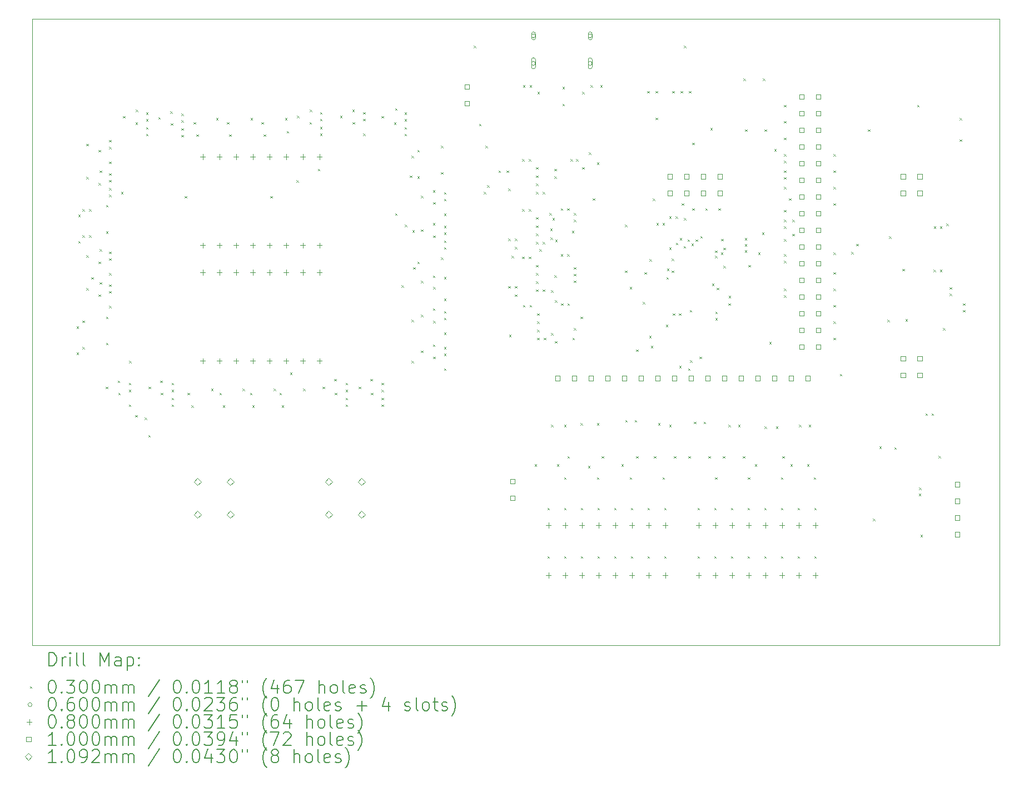
<source format=gbr>
%TF.GenerationSoftware,KiCad,Pcbnew,8.0.5*%
%TF.CreationDate,2024-11-20T12:07:25-07:00*%
%TF.ProjectId,CMPE2750,434d5045-3237-4353-902e-6b696361645f,rev?*%
%TF.SameCoordinates,Original*%
%TF.FileFunction,Drillmap*%
%TF.FilePolarity,Positive*%
%FSLAX45Y45*%
G04 Gerber Fmt 4.5, Leading zero omitted, Abs format (unit mm)*
G04 Created by KiCad (PCBNEW 8.0.5) date 2024-11-20 12:07:25*
%MOMM*%
%LPD*%
G01*
G04 APERTURE LIST*
%ADD10C,0.050000*%
%ADD11C,0.200000*%
%ADD12C,0.100000*%
%ADD13C,0.109220*%
G04 APERTURE END LIST*
D10*
X5382000Y-4600000D02*
X20118000Y-4600000D01*
X20118000Y-14140000D01*
X5382000Y-14140000D01*
X5382000Y-4600000D01*
D11*
D12*
X6060000Y-9285000D02*
X6090000Y-9315000D01*
X6090000Y-9285000D02*
X6060000Y-9315000D01*
X6060000Y-9685000D02*
X6090000Y-9715000D01*
X6090000Y-9685000D02*
X6060000Y-9715000D01*
X6085000Y-7585000D02*
X6115000Y-7615000D01*
X6115000Y-7585000D02*
X6085000Y-7615000D01*
X6085000Y-7985000D02*
X6115000Y-8015000D01*
X6115000Y-7985000D02*
X6085000Y-8015000D01*
X6149250Y-7497000D02*
X6179250Y-7527000D01*
X6179250Y-7497000D02*
X6149250Y-7527000D01*
X6149250Y-7897000D02*
X6179250Y-7927000D01*
X6179250Y-7897000D02*
X6149250Y-7927000D01*
X6149250Y-9197000D02*
X6179250Y-9227000D01*
X6179250Y-9197000D02*
X6149250Y-9227000D01*
X6149250Y-9597000D02*
X6179250Y-9627000D01*
X6179250Y-9597000D02*
X6149250Y-9627000D01*
X6205500Y-6502000D02*
X6235500Y-6532000D01*
X6235500Y-6502000D02*
X6205500Y-6532000D01*
X6205500Y-7007000D02*
X6235500Y-7037000D01*
X6235500Y-7007000D02*
X6205500Y-7037000D01*
X6205500Y-8202000D02*
X6235500Y-8232000D01*
X6235500Y-8202000D02*
X6205500Y-8232000D01*
X6205500Y-8702000D02*
X6235500Y-8732000D01*
X6235500Y-8702000D02*
X6205500Y-8732000D01*
X6251250Y-7497000D02*
X6281250Y-7527000D01*
X6281250Y-7497000D02*
X6251250Y-7527000D01*
X6251250Y-7897000D02*
X6281250Y-7927000D01*
X6281250Y-7897000D02*
X6251250Y-7927000D01*
X6285000Y-8535000D02*
X6315000Y-8565000D01*
X6315000Y-8535000D02*
X6285000Y-8565000D01*
X6393000Y-6597000D02*
X6423000Y-6627000D01*
X6423000Y-6597000D02*
X6393000Y-6627000D01*
X6393000Y-7102000D02*
X6423000Y-7132000D01*
X6423000Y-7102000D02*
X6393000Y-7132000D01*
X6393000Y-8297000D02*
X6423000Y-8327000D01*
X6423000Y-8297000D02*
X6393000Y-8327000D01*
X6393000Y-8797000D02*
X6423000Y-8827000D01*
X6423000Y-8797000D02*
X6393000Y-8827000D01*
X6410000Y-6910000D02*
X6440000Y-6940000D01*
X6440000Y-6910000D02*
X6410000Y-6940000D01*
X6410000Y-8110000D02*
X6440000Y-8140000D01*
X6440000Y-8110000D02*
X6410000Y-8140000D01*
X6410000Y-8610000D02*
X6440000Y-8640000D01*
X6440000Y-8610000D02*
X6410000Y-8640000D01*
X6505500Y-10202000D02*
X6535500Y-10232000D01*
X6535500Y-10202000D02*
X6505500Y-10232000D01*
X6510000Y-7435000D02*
X6540000Y-7465000D01*
X6540000Y-7435000D02*
X6510000Y-7465000D01*
X6510000Y-7835000D02*
X6540000Y-7865000D01*
X6540000Y-7835000D02*
X6510000Y-7865000D01*
X6510000Y-9135000D02*
X6540000Y-9165000D01*
X6540000Y-9135000D02*
X6510000Y-9165000D01*
X6510000Y-9535000D02*
X6540000Y-9565000D01*
X6540000Y-9535000D02*
X6510000Y-9565000D01*
X6555500Y-6446000D02*
X6585500Y-6476000D01*
X6585500Y-6446000D02*
X6555500Y-6476000D01*
X6555500Y-6548000D02*
X6585500Y-6578000D01*
X6585500Y-6548000D02*
X6555500Y-6578000D01*
X6555500Y-6773000D02*
X6585500Y-6803000D01*
X6585500Y-6773000D02*
X6555500Y-6803000D01*
X6555500Y-6951000D02*
X6585500Y-6981000D01*
X6585500Y-6951000D02*
X6555500Y-6981000D01*
X6555500Y-7053000D02*
X6585500Y-7083000D01*
X6585500Y-7053000D02*
X6555500Y-7083000D01*
X6555500Y-7176000D02*
X6585500Y-7206000D01*
X6585500Y-7176000D02*
X6555500Y-7206000D01*
X6555500Y-7278000D02*
X6585500Y-7308000D01*
X6585500Y-7278000D02*
X6555500Y-7308000D01*
X6555500Y-8146000D02*
X6585500Y-8176000D01*
X6585500Y-8146000D02*
X6555500Y-8176000D01*
X6555500Y-8248000D02*
X6585500Y-8278000D01*
X6585500Y-8248000D02*
X6555500Y-8278000D01*
X6555500Y-8473000D02*
X6585500Y-8503000D01*
X6585500Y-8473000D02*
X6555500Y-8503000D01*
X6555500Y-8646000D02*
X6585500Y-8676000D01*
X6585500Y-8646000D02*
X6555500Y-8676000D01*
X6555500Y-8748000D02*
X6585500Y-8778000D01*
X6585500Y-8748000D02*
X6555500Y-8778000D01*
X6555500Y-8973000D02*
X6585500Y-9003000D01*
X6585500Y-8973000D02*
X6555500Y-9003000D01*
X6685000Y-10110000D02*
X6715000Y-10140000D01*
X6715000Y-10110000D02*
X6685000Y-10140000D01*
X6693000Y-10297000D02*
X6723000Y-10327000D01*
X6723000Y-10297000D02*
X6693000Y-10327000D01*
X6735000Y-7236000D02*
X6765000Y-7266000D01*
X6765000Y-7236000D02*
X6735000Y-7266000D01*
X6768000Y-6082000D02*
X6798000Y-6112000D01*
X6798000Y-6082000D02*
X6768000Y-6112000D01*
X6855500Y-10146000D02*
X6885500Y-10176000D01*
X6885500Y-10146000D02*
X6855500Y-10176000D01*
X6855500Y-10248000D02*
X6885500Y-10278000D01*
X6885500Y-10248000D02*
X6855500Y-10278000D01*
X6855500Y-10473000D02*
X6885500Y-10503000D01*
X6885500Y-10473000D02*
X6855500Y-10503000D01*
X6860000Y-9810000D02*
X6890000Y-9840000D01*
X6890000Y-9810000D02*
X6860000Y-9840000D01*
X6951132Y-10635000D02*
X6981132Y-10665000D01*
X6981132Y-10635000D02*
X6951132Y-10665000D01*
X6955500Y-6177000D02*
X6985500Y-6207000D01*
X6985500Y-6177000D02*
X6955500Y-6207000D01*
X6960000Y-5985000D02*
X6990000Y-6015000D01*
X6990000Y-5985000D02*
X6960000Y-6015000D01*
X7097500Y-10672500D02*
X7127500Y-10702500D01*
X7127500Y-10672500D02*
X7097500Y-10702500D01*
X7118000Y-6026000D02*
X7148000Y-6056000D01*
X7148000Y-6026000D02*
X7118000Y-6056000D01*
X7118000Y-6128000D02*
X7148000Y-6158000D01*
X7148000Y-6128000D02*
X7118000Y-6158000D01*
X7118000Y-6251000D02*
X7148000Y-6281000D01*
X7148000Y-6251000D02*
X7118000Y-6281000D01*
X7118000Y-6353000D02*
X7148000Y-6383000D01*
X7148000Y-6353000D02*
X7118000Y-6383000D01*
X7153558Y-10941442D02*
X7183558Y-10971442D01*
X7183558Y-10941442D02*
X7153558Y-10971442D01*
X7155500Y-10202000D02*
X7185500Y-10232000D01*
X7185500Y-10202000D02*
X7155500Y-10232000D01*
X7305500Y-6097000D02*
X7335500Y-6127000D01*
X7335500Y-6097000D02*
X7305500Y-6127000D01*
X7335000Y-10110000D02*
X7365000Y-10140000D01*
X7365000Y-10110000D02*
X7335000Y-10140000D01*
X7343000Y-10297000D02*
X7373000Y-10327000D01*
X7373000Y-10297000D02*
X7343000Y-10327000D01*
X7485000Y-6010000D02*
X7515000Y-6040000D01*
X7515000Y-6010000D02*
X7485000Y-6040000D01*
X7493000Y-6192000D02*
X7523000Y-6222000D01*
X7523000Y-6192000D02*
X7493000Y-6222000D01*
X7505500Y-10146000D02*
X7535500Y-10176000D01*
X7535500Y-10146000D02*
X7505500Y-10176000D01*
X7505500Y-10248000D02*
X7535500Y-10278000D01*
X7535500Y-10248000D02*
X7505500Y-10278000D01*
X7505500Y-10371000D02*
X7535500Y-10401000D01*
X7535500Y-10371000D02*
X7505500Y-10401000D01*
X7505500Y-10473000D02*
X7535500Y-10503000D01*
X7535500Y-10473000D02*
X7505500Y-10503000D01*
X7655500Y-6041000D02*
X7685500Y-6071000D01*
X7685500Y-6041000D02*
X7655500Y-6071000D01*
X7655500Y-6143000D02*
X7685500Y-6173000D01*
X7685500Y-6143000D02*
X7655500Y-6173000D01*
X7655500Y-6266000D02*
X7685500Y-6296000D01*
X7685500Y-6266000D02*
X7655500Y-6296000D01*
X7655500Y-6368000D02*
X7685500Y-6398000D01*
X7685500Y-6368000D02*
X7655500Y-6398000D01*
X7704273Y-7300000D02*
X7734273Y-7330000D01*
X7734273Y-7300000D02*
X7704273Y-7330000D01*
X7749250Y-10297000D02*
X7779250Y-10327000D01*
X7779250Y-10297000D02*
X7749250Y-10327000D01*
X7810000Y-10485000D02*
X7840000Y-10515000D01*
X7840000Y-10485000D02*
X7810000Y-10515000D01*
X7843000Y-6172000D02*
X7873000Y-6202000D01*
X7873000Y-6172000D02*
X7843000Y-6202000D01*
X7885000Y-6360000D02*
X7915000Y-6390000D01*
X7915000Y-6360000D02*
X7885000Y-6390000D01*
X8110000Y-10235000D02*
X8140000Y-10265000D01*
X8140000Y-10235000D02*
X8110000Y-10265000D01*
X8185000Y-6110000D02*
X8215000Y-6140000D01*
X8215000Y-6110000D02*
X8185000Y-6140000D01*
X8236750Y-10297000D02*
X8266750Y-10327000D01*
X8266750Y-10297000D02*
X8236750Y-10327000D01*
X8285000Y-10485000D02*
X8315000Y-10515000D01*
X8315000Y-10485000D02*
X8285000Y-10515000D01*
X8349250Y-6172000D02*
X8379250Y-6202000D01*
X8379250Y-6172000D02*
X8349250Y-6202000D01*
X8385000Y-6360000D02*
X8415000Y-6390000D01*
X8415000Y-6360000D02*
X8385000Y-6390000D01*
X8585000Y-10235000D02*
X8615000Y-10265000D01*
X8615000Y-10235000D02*
X8585000Y-10265000D01*
X8699250Y-10297000D02*
X8729250Y-10327000D01*
X8729250Y-10297000D02*
X8699250Y-10327000D01*
X8710000Y-6110000D02*
X8740000Y-6140000D01*
X8740000Y-6110000D02*
X8710000Y-6140000D01*
X8735000Y-10485000D02*
X8765000Y-10515000D01*
X8765000Y-10485000D02*
X8735000Y-10515000D01*
X8874250Y-6172000D02*
X8904250Y-6202000D01*
X8904250Y-6172000D02*
X8874250Y-6202000D01*
X8910000Y-6360000D02*
X8940000Y-6390000D01*
X8940000Y-6360000D02*
X8910000Y-6390000D01*
X9008000Y-7300000D02*
X9038000Y-7330000D01*
X9038000Y-7300000D02*
X9008000Y-7330000D01*
X9060000Y-10235000D02*
X9090000Y-10265000D01*
X9090000Y-10235000D02*
X9060000Y-10265000D01*
X9149250Y-10297000D02*
X9179250Y-10327000D01*
X9179250Y-10297000D02*
X9149250Y-10327000D01*
X9185000Y-10485000D02*
X9215000Y-10515000D01*
X9215000Y-10485000D02*
X9185000Y-10515000D01*
X9235000Y-6110000D02*
X9265000Y-6140000D01*
X9265000Y-6110000D02*
X9235000Y-6140000D01*
X9260000Y-6310000D02*
X9290000Y-6340000D01*
X9290000Y-6310000D02*
X9260000Y-6340000D01*
X9310000Y-9987000D02*
X9340000Y-10017000D01*
X9340000Y-9987000D02*
X9310000Y-10017000D01*
X9408000Y-7060000D02*
X9438000Y-7090000D01*
X9438000Y-7060000D02*
X9408000Y-7090000D01*
X9418000Y-6077000D02*
X9448000Y-6107000D01*
X9448000Y-6077000D02*
X9418000Y-6107000D01*
X9510000Y-10235000D02*
X9540000Y-10265000D01*
X9540000Y-10235000D02*
X9510000Y-10265000D01*
X9605500Y-6172000D02*
X9635500Y-6202000D01*
X9635500Y-6172000D02*
X9605500Y-6202000D01*
X9610000Y-5985000D02*
X9640000Y-6015000D01*
X9640000Y-5985000D02*
X9610000Y-6015000D01*
X9735000Y-6885000D02*
X9765000Y-6915000D01*
X9765000Y-6885000D02*
X9735000Y-6915000D01*
X9768000Y-6021000D02*
X9798000Y-6051000D01*
X9798000Y-6021000D02*
X9768000Y-6051000D01*
X9768000Y-6123000D02*
X9798000Y-6153000D01*
X9798000Y-6123000D02*
X9768000Y-6153000D01*
X9768000Y-6246000D02*
X9798000Y-6276000D01*
X9798000Y-6246000D02*
X9768000Y-6276000D01*
X9768000Y-6348000D02*
X9798000Y-6378000D01*
X9798000Y-6348000D02*
X9768000Y-6378000D01*
X9805500Y-10202000D02*
X9835500Y-10232000D01*
X9835500Y-10202000D02*
X9805500Y-10232000D01*
X9985000Y-10085000D02*
X10015000Y-10115000D01*
X10015000Y-10085000D02*
X9985000Y-10115000D01*
X9993000Y-10297000D02*
X10023000Y-10327000D01*
X10023000Y-10297000D02*
X9993000Y-10327000D01*
X10074250Y-6077000D02*
X10104250Y-6107000D01*
X10104250Y-6077000D02*
X10074250Y-6107000D01*
X10155500Y-10146000D02*
X10185500Y-10176000D01*
X10185500Y-10146000D02*
X10155500Y-10176000D01*
X10155500Y-10248000D02*
X10185500Y-10278000D01*
X10185500Y-10248000D02*
X10155500Y-10278000D01*
X10155500Y-10371000D02*
X10185500Y-10401000D01*
X10185500Y-10371000D02*
X10155500Y-10401000D01*
X10155500Y-10473000D02*
X10185500Y-10503000D01*
X10185500Y-10473000D02*
X10155500Y-10503000D01*
X10260000Y-5985000D02*
X10290000Y-6015000D01*
X10290000Y-5985000D02*
X10260000Y-6015000D01*
X10261750Y-6172000D02*
X10291750Y-6202000D01*
X10291750Y-6172000D02*
X10261750Y-6202000D01*
X10355500Y-10202000D02*
X10385500Y-10232000D01*
X10385500Y-10202000D02*
X10355500Y-10232000D01*
X10424250Y-6021000D02*
X10454250Y-6051000D01*
X10454250Y-6021000D02*
X10424250Y-6051000D01*
X10424250Y-6123000D02*
X10454250Y-6153000D01*
X10454250Y-6123000D02*
X10424250Y-6153000D01*
X10424250Y-6348000D02*
X10454250Y-6378000D01*
X10454250Y-6348000D02*
X10424250Y-6378000D01*
X10535000Y-10085000D02*
X10565000Y-10115000D01*
X10565000Y-10085000D02*
X10535000Y-10115000D01*
X10543000Y-10297000D02*
X10573000Y-10327000D01*
X10573000Y-10297000D02*
X10543000Y-10327000D01*
X10705500Y-6082000D02*
X10735500Y-6112000D01*
X10735500Y-6082000D02*
X10705500Y-6112000D01*
X10705500Y-10146000D02*
X10735500Y-10176000D01*
X10735500Y-10146000D02*
X10705500Y-10176000D01*
X10705500Y-10248000D02*
X10735500Y-10278000D01*
X10735500Y-10248000D02*
X10705500Y-10278000D01*
X10705500Y-10371000D02*
X10735500Y-10401000D01*
X10735500Y-10371000D02*
X10705500Y-10401000D01*
X10705500Y-10473000D02*
X10735500Y-10503000D01*
X10735500Y-10473000D02*
X10705500Y-10503000D01*
X10893000Y-6177000D02*
X10923000Y-6207000D01*
X10923000Y-6177000D02*
X10893000Y-6207000D01*
X10910000Y-5960000D02*
X10940000Y-5990000D01*
X10940000Y-5960000D02*
X10910000Y-5990000D01*
X10910000Y-7560000D02*
X10940000Y-7590000D01*
X10940000Y-7560000D02*
X10910000Y-7590000D01*
X11010000Y-8660000D02*
X11040000Y-8690000D01*
X11040000Y-8660000D02*
X11010000Y-8690000D01*
X11055500Y-6026000D02*
X11085500Y-6056000D01*
X11085500Y-6026000D02*
X11055500Y-6056000D01*
X11055500Y-6128000D02*
X11085500Y-6158000D01*
X11085500Y-6128000D02*
X11055500Y-6158000D01*
X11055500Y-6251000D02*
X11085500Y-6281000D01*
X11085500Y-6251000D02*
X11055500Y-6281000D01*
X11055500Y-6353000D02*
X11085500Y-6383000D01*
X11085500Y-6353000D02*
X11055500Y-6383000D01*
X11060000Y-7735000D02*
X11090000Y-7765000D01*
X11090000Y-7735000D02*
X11060000Y-7765000D01*
X11135000Y-6985000D02*
X11165000Y-7015000D01*
X11165000Y-6985000D02*
X11135000Y-7015000D01*
X11160000Y-6685000D02*
X11190000Y-6715000D01*
X11190000Y-6685000D02*
X11160000Y-6715000D01*
X11160000Y-9185000D02*
X11190000Y-9215000D01*
X11190000Y-9185000D02*
X11160000Y-9215000D01*
X11160000Y-9810000D02*
X11190000Y-9840000D01*
X11190000Y-9810000D02*
X11160000Y-9840000D01*
X11172774Y-7822226D02*
X11202774Y-7852226D01*
X11202774Y-7822226D02*
X11172774Y-7852226D01*
X11185000Y-8385000D02*
X11215000Y-8415000D01*
X11215000Y-8385000D02*
X11185000Y-8415000D01*
X11249250Y-6597000D02*
X11279250Y-6627000D01*
X11279250Y-6597000D02*
X11249250Y-6627000D01*
X11249250Y-6997000D02*
X11279250Y-7027000D01*
X11279250Y-6997000D02*
X11249250Y-7027000D01*
X11249250Y-8297000D02*
X11279250Y-8327000D01*
X11279250Y-8297000D02*
X11249250Y-8327000D01*
X11305500Y-7297000D02*
X11335500Y-7327000D01*
X11335500Y-7297000D02*
X11305500Y-7327000D01*
X11305500Y-7807000D02*
X11335500Y-7837000D01*
X11335500Y-7807000D02*
X11305500Y-7837000D01*
X11305500Y-8589500D02*
X11335500Y-8619500D01*
X11335500Y-8589500D02*
X11305500Y-8619500D01*
X11305500Y-9107000D02*
X11335500Y-9137000D01*
X11335500Y-9107000D02*
X11305500Y-9137000D01*
X11305500Y-9652000D02*
X11335500Y-9682000D01*
X11335500Y-9652000D02*
X11305500Y-9682000D01*
X11485000Y-7210000D02*
X11515000Y-7240000D01*
X11515000Y-7210000D02*
X11485000Y-7240000D01*
X11485000Y-7710000D02*
X11515000Y-7740000D01*
X11515000Y-7710000D02*
X11485000Y-7740000D01*
X11485000Y-8510000D02*
X11515000Y-8540000D01*
X11515000Y-8510000D02*
X11485000Y-8540000D01*
X11485000Y-9010000D02*
X11515000Y-9040000D01*
X11515000Y-9010000D02*
X11485000Y-9040000D01*
X11485000Y-9560000D02*
X11515000Y-9590000D01*
X11515000Y-9560000D02*
X11485000Y-9590000D01*
X11493000Y-7392000D02*
X11523000Y-7422000D01*
X11523000Y-7392000D02*
X11493000Y-7422000D01*
X11493000Y-7902000D02*
X11523000Y-7932000D01*
X11523000Y-7902000D02*
X11493000Y-7932000D01*
X11493000Y-8684500D02*
X11523000Y-8714500D01*
X11523000Y-8684500D02*
X11493000Y-8714500D01*
X11493000Y-9202000D02*
X11523000Y-9232000D01*
X11523000Y-9202000D02*
X11493000Y-9232000D01*
X11493000Y-9747000D02*
X11523000Y-9777000D01*
X11523000Y-9747000D02*
X11493000Y-9777000D01*
X11610000Y-6535000D02*
X11640000Y-6565000D01*
X11640000Y-6535000D02*
X11610000Y-6565000D01*
X11610000Y-6935000D02*
X11640000Y-6965000D01*
X11640000Y-6935000D02*
X11610000Y-6965000D01*
X11610000Y-8235000D02*
X11640000Y-8265000D01*
X11640000Y-8235000D02*
X11610000Y-8265000D01*
X11655500Y-7241000D02*
X11685500Y-7271000D01*
X11685500Y-7241000D02*
X11655500Y-7271000D01*
X11655500Y-7343000D02*
X11685500Y-7373000D01*
X11685500Y-7343000D02*
X11655500Y-7373000D01*
X11655500Y-7568000D02*
X11685500Y-7598000D01*
X11685500Y-7568000D02*
X11655500Y-7598000D01*
X11655500Y-7751000D02*
X11685500Y-7781000D01*
X11685500Y-7751000D02*
X11655500Y-7781000D01*
X11655500Y-7853000D02*
X11685500Y-7883000D01*
X11685500Y-7853000D02*
X11655500Y-7883000D01*
X11655500Y-7976000D02*
X11685500Y-8006000D01*
X11685500Y-7976000D02*
X11655500Y-8006000D01*
X11655500Y-8078000D02*
X11685500Y-8108000D01*
X11685500Y-8078000D02*
X11655500Y-8108000D01*
X11655500Y-8533500D02*
X11685500Y-8563500D01*
X11685500Y-8533500D02*
X11655500Y-8563500D01*
X11655500Y-8860500D02*
X11685500Y-8890500D01*
X11685500Y-8860500D02*
X11655500Y-8890500D01*
X11655500Y-9051000D02*
X11685500Y-9081000D01*
X11685500Y-9051000D02*
X11655500Y-9081000D01*
X11655500Y-9153000D02*
X11685500Y-9183000D01*
X11685500Y-9153000D02*
X11655500Y-9183000D01*
X11655500Y-9378000D02*
X11685500Y-9408000D01*
X11685500Y-9378000D02*
X11655500Y-9408000D01*
X11655500Y-9596000D02*
X11685500Y-9626000D01*
X11685500Y-9596000D02*
X11655500Y-9626000D01*
X11655500Y-9698000D02*
X11685500Y-9728000D01*
X11685500Y-9698000D02*
X11655500Y-9728000D01*
X11655500Y-9923000D02*
X11685500Y-9953000D01*
X11685500Y-9923000D02*
X11655500Y-9953000D01*
X12110000Y-5010000D02*
X12140000Y-5040000D01*
X12140000Y-5010000D02*
X12110000Y-5040000D01*
X12190500Y-6197000D02*
X12220500Y-6227000D01*
X12220500Y-6197000D02*
X12190500Y-6227000D01*
X12260000Y-7235000D02*
X12290000Y-7265000D01*
X12290000Y-7235000D02*
X12260000Y-7265000D01*
X12285000Y-6535000D02*
X12315000Y-6565000D01*
X12315000Y-6535000D02*
X12285000Y-6565000D01*
X12310000Y-7135000D02*
X12340000Y-7165000D01*
X12340000Y-7135000D02*
X12310000Y-7165000D01*
X12485000Y-6910000D02*
X12515000Y-6940000D01*
X12515000Y-6910000D02*
X12485000Y-6940000D01*
X12610000Y-6910000D02*
X12640000Y-6940000D01*
X12640000Y-6910000D02*
X12610000Y-6940000D01*
X12634000Y-7185000D02*
X12664000Y-7215000D01*
X12664000Y-7185000D02*
X12634000Y-7215000D01*
X12634000Y-7947500D02*
X12664000Y-7977500D01*
X12664000Y-7947500D02*
X12634000Y-7977500D01*
X12634000Y-8672500D02*
X12664000Y-8702500D01*
X12664000Y-8672500D02*
X12634000Y-8702500D01*
X12647750Y-9410000D02*
X12677750Y-9440000D01*
X12677750Y-9410000D02*
X12647750Y-9440000D01*
X12685000Y-8210000D02*
X12715000Y-8240000D01*
X12715000Y-8210000D02*
X12685000Y-8240000D01*
X12736000Y-7947500D02*
X12766000Y-7977500D01*
X12766000Y-7947500D02*
X12736000Y-7977500D01*
X12736000Y-8072500D02*
X12766000Y-8102500D01*
X12766000Y-8072500D02*
X12736000Y-8102500D01*
X12736000Y-8672500D02*
X12766000Y-8702500D01*
X12766000Y-8672500D02*
X12736000Y-8702500D01*
X12736000Y-8797500D02*
X12766000Y-8827500D01*
X12766000Y-8797500D02*
X12736000Y-8827500D01*
X12844000Y-6735000D02*
X12874000Y-6765000D01*
X12874000Y-6735000D02*
X12844000Y-6765000D01*
X12844000Y-7497500D02*
X12874000Y-7527500D01*
X12874000Y-7497500D02*
X12844000Y-7527500D01*
X12844000Y-8222500D02*
X12874000Y-8252500D01*
X12874000Y-8222500D02*
X12844000Y-8252500D01*
X12857750Y-8960000D02*
X12887750Y-8990000D01*
X12887750Y-8960000D02*
X12857750Y-8990000D01*
X12860000Y-5610000D02*
X12890000Y-5640000D01*
X12890000Y-5610000D02*
X12860000Y-5640000D01*
X12946000Y-6735000D02*
X12976000Y-6765000D01*
X12976000Y-6735000D02*
X12946000Y-6765000D01*
X12946000Y-7497500D02*
X12976000Y-7527500D01*
X12976000Y-7497500D02*
X12946000Y-7527500D01*
X12946000Y-8222500D02*
X12976000Y-8252500D01*
X12976000Y-8222500D02*
X12946000Y-8252500D01*
X12959750Y-8960000D02*
X12989750Y-8990000D01*
X12989750Y-8960000D02*
X12959750Y-8990000D01*
X12960000Y-5610000D02*
X12990000Y-5640000D01*
X12990000Y-5610000D02*
X12960000Y-5640000D01*
X13035000Y-11385000D02*
X13065000Y-11415000D01*
X13065000Y-11385000D02*
X13035000Y-11415000D01*
X13059000Y-6860000D02*
X13089000Y-6890000D01*
X13089000Y-6860000D02*
X13059000Y-6890000D01*
X13059000Y-6985000D02*
X13089000Y-7015000D01*
X13089000Y-6985000D02*
X13059000Y-7015000D01*
X13059000Y-7110000D02*
X13089000Y-7140000D01*
X13089000Y-7110000D02*
X13059000Y-7140000D01*
X13059000Y-7235000D02*
X13089000Y-7265000D01*
X13089000Y-7235000D02*
X13059000Y-7265000D01*
X13059000Y-7622500D02*
X13089000Y-7652500D01*
X13089000Y-7622500D02*
X13059000Y-7652500D01*
X13059000Y-7747500D02*
X13089000Y-7777500D01*
X13089000Y-7747500D02*
X13059000Y-7777500D01*
X13059000Y-7872500D02*
X13089000Y-7902500D01*
X13089000Y-7872500D02*
X13059000Y-7902500D01*
X13059000Y-7997500D02*
X13089000Y-8027500D01*
X13089000Y-7997500D02*
X13059000Y-8027500D01*
X13059000Y-8347500D02*
X13089000Y-8377500D01*
X13089000Y-8347500D02*
X13059000Y-8377500D01*
X13059000Y-8472500D02*
X13089000Y-8502500D01*
X13089000Y-8472500D02*
X13059000Y-8502500D01*
X13059000Y-8597500D02*
X13089000Y-8627500D01*
X13089000Y-8597500D02*
X13059000Y-8627500D01*
X13059000Y-8722500D02*
X13089000Y-8752500D01*
X13089000Y-8722500D02*
X13059000Y-8752500D01*
X13072750Y-9085000D02*
X13102750Y-9115000D01*
X13102750Y-9085000D02*
X13072750Y-9115000D01*
X13072750Y-9210000D02*
X13102750Y-9240000D01*
X13102750Y-9210000D02*
X13072750Y-9240000D01*
X13072750Y-9335000D02*
X13102750Y-9365000D01*
X13102750Y-9335000D02*
X13072750Y-9365000D01*
X13072750Y-9460000D02*
X13102750Y-9490000D01*
X13102750Y-9460000D02*
X13072750Y-9490000D01*
X13077500Y-5710000D02*
X13107500Y-5740000D01*
X13107500Y-5710000D02*
X13077500Y-5740000D01*
X13110000Y-8110000D02*
X13140000Y-8140000D01*
X13140000Y-8110000D02*
X13110000Y-8140000D01*
X13161000Y-7235000D02*
X13191000Y-7265000D01*
X13191000Y-7235000D02*
X13161000Y-7265000D01*
X13161000Y-7997500D02*
X13191000Y-8027500D01*
X13191000Y-7997500D02*
X13161000Y-8027500D01*
X13161000Y-8722500D02*
X13191000Y-8752500D01*
X13191000Y-8722500D02*
X13161000Y-8752500D01*
X13174750Y-9460000D02*
X13204750Y-9490000D01*
X13204750Y-9460000D02*
X13174750Y-9490000D01*
X13229000Y-12785000D02*
X13259000Y-12815000D01*
X13259000Y-12785000D02*
X13229000Y-12815000D01*
X13230000Y-12050000D02*
X13260000Y-12080000D01*
X13260000Y-12050000D02*
X13230000Y-12080000D01*
X13258750Y-7558750D02*
X13288750Y-7588750D01*
X13288750Y-7558750D02*
X13258750Y-7588750D01*
X13271477Y-7796477D02*
X13301477Y-7826477D01*
X13301477Y-7796477D02*
X13271477Y-7826477D01*
X13276100Y-7932054D02*
X13306100Y-7962054D01*
X13306100Y-7932054D02*
X13276100Y-7962054D01*
X13285000Y-8735000D02*
X13315000Y-8765000D01*
X13315000Y-8735000D02*
X13285000Y-8765000D01*
X13285000Y-9385000D02*
X13315000Y-9415000D01*
X13315000Y-9385000D02*
X13285000Y-9415000D01*
X13285000Y-10785000D02*
X13315000Y-10815000D01*
X13315000Y-10785000D02*
X13285000Y-10815000D01*
X13307500Y-7635000D02*
X13337500Y-7665000D01*
X13337500Y-7635000D02*
X13307500Y-7665000D01*
X13335000Y-6885000D02*
X13365000Y-6915000D01*
X13365000Y-6885000D02*
X13335000Y-6915000D01*
X13335000Y-7000147D02*
X13365000Y-7030147D01*
X13365000Y-7000147D02*
X13335000Y-7030147D01*
X13336100Y-8504047D02*
X13366100Y-8534047D01*
X13366100Y-8504047D02*
X13336100Y-8534047D01*
X13345000Y-8885000D02*
X13375000Y-8915000D01*
X13375000Y-8885000D02*
X13345000Y-8915000D01*
X13345000Y-9510000D02*
X13375000Y-9540000D01*
X13375000Y-9510000D02*
X13345000Y-9540000D01*
X13350576Y-7962000D02*
X13380576Y-7992000D01*
X13380576Y-7962000D02*
X13350576Y-7992000D01*
X13375000Y-11385000D02*
X13405000Y-11415000D01*
X13405000Y-11385000D02*
X13375000Y-11415000D01*
X13435000Y-7485000D02*
X13465000Y-7515000D01*
X13465000Y-7485000D02*
X13435000Y-7515000D01*
X13435000Y-8185000D02*
X13465000Y-8215000D01*
X13465000Y-8185000D02*
X13435000Y-8215000D01*
X13439000Y-8935000D02*
X13469000Y-8965000D01*
X13469000Y-8935000D02*
X13439000Y-8965000D01*
X13460000Y-5635000D02*
X13490000Y-5665000D01*
X13490000Y-5635000D02*
X13460000Y-5665000D01*
X13460000Y-5894140D02*
X13490000Y-5924140D01*
X13490000Y-5894140D02*
X13460000Y-5924140D01*
X13483000Y-12785000D02*
X13513000Y-12815000D01*
X13513000Y-12785000D02*
X13483000Y-12815000D01*
X13484000Y-12050000D02*
X13514000Y-12080000D01*
X13514000Y-12050000D02*
X13484000Y-12080000D01*
X13485000Y-10785000D02*
X13515000Y-10815000D01*
X13515000Y-10785000D02*
X13485000Y-10815000D01*
X13485000Y-11585000D02*
X13515000Y-11615000D01*
X13515000Y-11585000D02*
X13485000Y-11615000D01*
X13531000Y-7485000D02*
X13561000Y-7515000D01*
X13561000Y-7485000D02*
X13531000Y-7515000D01*
X13531000Y-8185000D02*
X13561000Y-8215000D01*
X13561000Y-8185000D02*
X13531000Y-8215000D01*
X13533750Y-11261000D02*
X13563750Y-11291000D01*
X13563750Y-11261000D02*
X13533750Y-11291000D01*
X13535000Y-8935000D02*
X13565000Y-8965000D01*
X13565000Y-8935000D02*
X13535000Y-8965000D01*
X13583000Y-6735000D02*
X13613000Y-6765000D01*
X13613000Y-6735000D02*
X13583000Y-6765000D01*
X13605073Y-7830073D02*
X13635073Y-7860073D01*
X13635073Y-7830073D02*
X13605073Y-7860073D01*
X13610000Y-9460000D02*
X13640000Y-9490000D01*
X13640000Y-9460000D02*
X13610000Y-9490000D01*
X13634500Y-8384500D02*
X13664500Y-8414500D01*
X13664500Y-8384500D02*
X13634500Y-8414500D01*
X13635000Y-7559000D02*
X13665000Y-7589000D01*
X13665000Y-7559000D02*
X13635000Y-7589000D01*
X13635000Y-7661000D02*
X13665000Y-7691000D01*
X13665000Y-7661000D02*
X13635000Y-7691000D01*
X13635000Y-8486000D02*
X13665000Y-8516000D01*
X13665000Y-8486000D02*
X13635000Y-8516000D01*
X13635000Y-8585000D02*
X13665000Y-8615000D01*
X13665000Y-8585000D02*
X13635000Y-8615000D01*
X13635000Y-9310000D02*
X13665000Y-9340000D01*
X13665000Y-9310000D02*
X13635000Y-9340000D01*
X13667853Y-6735000D02*
X13697853Y-6765000D01*
X13697853Y-6735000D02*
X13667853Y-6765000D01*
X13735000Y-10760000D02*
X13765000Y-10790000D01*
X13765000Y-10760000D02*
X13735000Y-10790000D01*
X13736000Y-9135000D02*
X13766000Y-9165000D01*
X13766000Y-9135000D02*
X13736000Y-9165000D01*
X13737000Y-12785000D02*
X13767000Y-12815000D01*
X13767000Y-12785000D02*
X13737000Y-12815000D01*
X13738000Y-12050000D02*
X13768000Y-12080000D01*
X13768000Y-12050000D02*
X13738000Y-12080000D01*
X13760000Y-5710000D02*
X13790000Y-5740000D01*
X13790000Y-5710000D02*
X13760000Y-5740000D01*
X13761000Y-6860000D02*
X13791000Y-6890000D01*
X13791000Y-6860000D02*
X13761000Y-6890000D01*
X13849000Y-11410000D02*
X13879000Y-11440000D01*
X13879000Y-11410000D02*
X13849000Y-11440000D01*
X13860000Y-6636500D02*
X13890000Y-6666500D01*
X13890000Y-6636500D02*
X13860000Y-6666500D01*
X13885000Y-5610000D02*
X13915000Y-5640000D01*
X13915000Y-5610000D02*
X13885000Y-5640000D01*
X13920000Y-7335000D02*
X13950000Y-7365000D01*
X13950000Y-7335000D02*
X13920000Y-7365000D01*
X13985000Y-6785000D02*
X14015000Y-6815000D01*
X14015000Y-6785000D02*
X13985000Y-6815000D01*
X13985000Y-10760000D02*
X14015000Y-10790000D01*
X14015000Y-10760000D02*
X13985000Y-10790000D01*
X13985000Y-11585000D02*
X14015000Y-11615000D01*
X14015000Y-11585000D02*
X13985000Y-11615000D01*
X13991000Y-12785000D02*
X14021000Y-12815000D01*
X14021000Y-12785000D02*
X13991000Y-12815000D01*
X13992000Y-12050000D02*
X14022000Y-12080000D01*
X14022000Y-12050000D02*
X13992000Y-12080000D01*
X14035000Y-5610000D02*
X14065000Y-5640000D01*
X14065000Y-5610000D02*
X14035000Y-5640000D01*
X14055000Y-11261000D02*
X14085000Y-11291000D01*
X14085000Y-11261000D02*
X14055000Y-11291000D01*
X14245000Y-12785000D02*
X14275000Y-12815000D01*
X14275000Y-12785000D02*
X14245000Y-12815000D01*
X14246000Y-12050000D02*
X14276000Y-12080000D01*
X14276000Y-12050000D02*
X14246000Y-12080000D01*
X14357000Y-11385000D02*
X14387000Y-11415000D01*
X14387000Y-11385000D02*
X14357000Y-11415000D01*
X14410000Y-7735000D02*
X14440000Y-7765000D01*
X14440000Y-7735000D02*
X14410000Y-7765000D01*
X14410000Y-8435000D02*
X14440000Y-8465000D01*
X14440000Y-8435000D02*
X14410000Y-8465000D01*
X14417000Y-10710000D02*
X14447000Y-10740000D01*
X14447000Y-10710000D02*
X14417000Y-10740000D01*
X14485000Y-8685000D02*
X14515000Y-8715000D01*
X14515000Y-8685000D02*
X14485000Y-8715000D01*
X14485000Y-11585000D02*
X14515000Y-11615000D01*
X14515000Y-11585000D02*
X14485000Y-11615000D01*
X14499000Y-12785000D02*
X14529000Y-12815000D01*
X14529000Y-12785000D02*
X14499000Y-12815000D01*
X14500000Y-12050000D02*
X14530000Y-12080000D01*
X14530000Y-12050000D02*
X14500000Y-12080000D01*
X14560000Y-10710000D02*
X14590000Y-10740000D01*
X14590000Y-10710000D02*
X14560000Y-10740000D01*
X14581000Y-11261000D02*
X14611000Y-11291000D01*
X14611000Y-11261000D02*
X14581000Y-11291000D01*
X14582210Y-9636507D02*
X14612210Y-9666507D01*
X14612210Y-9636507D02*
X14582210Y-9666507D01*
X14685000Y-8913750D02*
X14715000Y-8943750D01*
X14715000Y-8913750D02*
X14685000Y-8943750D01*
X14710000Y-8460000D02*
X14740000Y-8490000D01*
X14740000Y-8460000D02*
X14710000Y-8490000D01*
X14750660Y-5697440D02*
X14780660Y-5727440D01*
X14780660Y-5697440D02*
X14750660Y-5727440D01*
X14753000Y-12785000D02*
X14783000Y-12815000D01*
X14783000Y-12785000D02*
X14753000Y-12815000D01*
X14754000Y-12050000D02*
X14784000Y-12080000D01*
X14784000Y-12050000D02*
X14754000Y-12080000D01*
X14780073Y-9430074D02*
X14810073Y-9460074D01*
X14810073Y-9430074D02*
X14780073Y-9460074D01*
X14785000Y-8260000D02*
X14815000Y-8290000D01*
X14815000Y-8260000D02*
X14785000Y-8290000D01*
X14805000Y-9580000D02*
X14835000Y-9610000D01*
X14835000Y-9580000D02*
X14805000Y-9610000D01*
X14835000Y-7336000D02*
X14865000Y-7366000D01*
X14865000Y-7336000D02*
X14835000Y-7366000D01*
X14854000Y-11261000D02*
X14884000Y-11291000D01*
X14884000Y-11261000D02*
X14854000Y-11291000D01*
X14877660Y-5697440D02*
X14907660Y-5727440D01*
X14907660Y-5697440D02*
X14877660Y-5727440D01*
X14877660Y-6103840D02*
X14907660Y-6133840D01*
X14907660Y-6103840D02*
X14877660Y-6133840D01*
X14889000Y-7710000D02*
X14919000Y-7740000D01*
X14919000Y-7710000D02*
X14889000Y-7740000D01*
X14914000Y-10760000D02*
X14944000Y-10790000D01*
X14944000Y-10760000D02*
X14914000Y-10790000D01*
X14985000Y-7710000D02*
X15015000Y-7740000D01*
X15015000Y-7710000D02*
X14985000Y-7740000D01*
X14985000Y-11585000D02*
X15015000Y-11615000D01*
X15015000Y-11585000D02*
X14985000Y-11615000D01*
X15007000Y-12785000D02*
X15037000Y-12815000D01*
X15037000Y-12785000D02*
X15007000Y-12815000D01*
X15008000Y-12050000D02*
X15038000Y-12080000D01*
X15038000Y-12050000D02*
X15008000Y-12080000D01*
X15035000Y-9260000D02*
X15065000Y-9290000D01*
X15065000Y-9260000D02*
X15035000Y-9290000D01*
X15043044Y-8537336D02*
X15073044Y-8567336D01*
X15073044Y-8537336D02*
X15043044Y-8567336D01*
X15050332Y-8406282D02*
X15080332Y-8436282D01*
X15080332Y-8406282D02*
X15050332Y-8436282D01*
X15085000Y-7610000D02*
X15115000Y-7640000D01*
X15115000Y-7610000D02*
X15085000Y-7640000D01*
X15085000Y-10785000D02*
X15115000Y-10815000D01*
X15115000Y-10785000D02*
X15085000Y-10815000D01*
X15086694Y-8083306D02*
X15116694Y-8113306D01*
X15116694Y-8083306D02*
X15086694Y-8113306D01*
X15125000Y-8251906D02*
X15155000Y-8281906D01*
X15155000Y-8251906D02*
X15125000Y-8281906D01*
X15125000Y-8435000D02*
X15155000Y-8465000D01*
X15155000Y-8435000D02*
X15125000Y-8465000D01*
X15131660Y-5697440D02*
X15161660Y-5727440D01*
X15161660Y-5697440D02*
X15131660Y-5727440D01*
X15139000Y-9085000D02*
X15169000Y-9115000D01*
X15169000Y-9085000D02*
X15139000Y-9115000D01*
X15156000Y-11261000D02*
X15186000Y-11291000D01*
X15186000Y-11261000D02*
X15156000Y-11291000D01*
X15181000Y-7610000D02*
X15211000Y-7640000D01*
X15211000Y-7610000D02*
X15181000Y-7640000D01*
X15185000Y-8010000D02*
X15215000Y-8040000D01*
X15215000Y-8010000D02*
X15185000Y-8040000D01*
X15235000Y-9085000D02*
X15265000Y-9115000D01*
X15265000Y-9085000D02*
X15235000Y-9115000D01*
X15235733Y-9885733D02*
X15265733Y-9915733D01*
X15265733Y-9885733D02*
X15235733Y-9915733D01*
X15245000Y-7937838D02*
X15275000Y-7967838D01*
X15275000Y-7937838D02*
X15245000Y-7967838D01*
X15258660Y-5697440D02*
X15288660Y-5727440D01*
X15288660Y-5697440D02*
X15258660Y-5727440D01*
X15274000Y-7410000D02*
X15304000Y-7440000D01*
X15304000Y-7410000D02*
X15274000Y-7440000D01*
X15305000Y-8060000D02*
X15335000Y-8090000D01*
X15335000Y-8060000D02*
X15305000Y-8090000D01*
X15310000Y-5010000D02*
X15340000Y-5040000D01*
X15340000Y-5010000D02*
X15310000Y-5040000D01*
X15310000Y-7635000D02*
X15340000Y-7665000D01*
X15340000Y-7635000D02*
X15310000Y-7665000D01*
X15365000Y-7960000D02*
X15395000Y-7990000D01*
X15395000Y-7960000D02*
X15365000Y-7990000D01*
X15372926Y-9923160D02*
X15402926Y-9953160D01*
X15402926Y-9923160D02*
X15372926Y-9953160D01*
X15379000Y-11261000D02*
X15409000Y-11291000D01*
X15409000Y-11261000D02*
X15379000Y-11291000D01*
X15385660Y-5697440D02*
X15415660Y-5727440D01*
X15415660Y-5697440D02*
X15385660Y-5727440D01*
X15400000Y-9035000D02*
X15430000Y-9065000D01*
X15430000Y-9035000D02*
X15400000Y-9065000D01*
X15403160Y-9803160D02*
X15433160Y-9833160D01*
X15433160Y-9803160D02*
X15403160Y-9833160D01*
X15425000Y-8022610D02*
X15455000Y-8052610D01*
X15455000Y-8022610D02*
X15425000Y-8052610D01*
X15435000Y-6485000D02*
X15465000Y-6515000D01*
X15465000Y-6485000D02*
X15435000Y-6515000D01*
X15435000Y-7485000D02*
X15465000Y-7515000D01*
X15465000Y-7485000D02*
X15435000Y-7515000D01*
X15460000Y-10735000D02*
X15490000Y-10765000D01*
X15490000Y-10735000D02*
X15460000Y-10765000D01*
X15485000Y-7960000D02*
X15515000Y-7990000D01*
X15515000Y-7960000D02*
X15485000Y-7990000D01*
X15515000Y-12785000D02*
X15545000Y-12815000D01*
X15545000Y-12785000D02*
X15515000Y-12815000D01*
X15516000Y-12050000D02*
X15546000Y-12080000D01*
X15546000Y-12050000D02*
X15516000Y-12080000D01*
X15545586Y-9745586D02*
X15575586Y-9775586D01*
X15575586Y-9745586D02*
X15545586Y-9775586D01*
X15560000Y-7910000D02*
X15590000Y-7940000D01*
X15590000Y-7910000D02*
X15560000Y-7940000D01*
X15610000Y-10735000D02*
X15640000Y-10765000D01*
X15640000Y-10735000D02*
X15610000Y-10765000D01*
X15635000Y-7485000D02*
X15665000Y-7515000D01*
X15665000Y-7485000D02*
X15635000Y-7515000D01*
X15681000Y-11261000D02*
X15711000Y-11291000D01*
X15711000Y-11261000D02*
X15681000Y-11291000D01*
X15710000Y-6260000D02*
X15740000Y-6290000D01*
X15740000Y-6260000D02*
X15710000Y-6290000D01*
X15735000Y-8635000D02*
X15765000Y-8665000D01*
X15765000Y-8635000D02*
X15735000Y-8665000D01*
X15769000Y-12785000D02*
X15799000Y-12815000D01*
X15799000Y-12785000D02*
X15769000Y-12815000D01*
X15770000Y-12050000D02*
X15800000Y-12080000D01*
X15800000Y-12050000D02*
X15770000Y-12080000D01*
X15785000Y-8130000D02*
X15815000Y-8160000D01*
X15815000Y-8130000D02*
X15785000Y-8160000D01*
X15785000Y-8210000D02*
X15815000Y-8240000D01*
X15815000Y-8210000D02*
X15785000Y-8240000D01*
X15785000Y-11585000D02*
X15815000Y-11615000D01*
X15815000Y-11585000D02*
X15785000Y-11615000D01*
X15787000Y-9060000D02*
X15817000Y-9090000D01*
X15817000Y-9060000D02*
X15787000Y-9090000D01*
X15787000Y-9160000D02*
X15817000Y-9190000D01*
X15817000Y-9160000D02*
X15787000Y-9190000D01*
X15810000Y-8695000D02*
X15840000Y-8725000D01*
X15840000Y-8695000D02*
X15810000Y-8725000D01*
X15835000Y-7485000D02*
X15865000Y-7515000D01*
X15865000Y-7485000D02*
X15835000Y-7515000D01*
X15874223Y-8156554D02*
X15904223Y-8186554D01*
X15904223Y-8156554D02*
X15874223Y-8186554D01*
X15875147Y-7950147D02*
X15905147Y-7980147D01*
X15905147Y-7950147D02*
X15875147Y-7980147D01*
X15904000Y-11261000D02*
X15934000Y-11291000D01*
X15934000Y-11261000D02*
X15904000Y-11291000D01*
X15910000Y-8085000D02*
X15940000Y-8115000D01*
X15940000Y-8085000D02*
X15910000Y-8115000D01*
X15910000Y-8360000D02*
X15940000Y-8390000D01*
X15940000Y-8360000D02*
X15910000Y-8390000D01*
X15985000Y-8935000D02*
X16015000Y-8965000D01*
X16015000Y-8935000D02*
X15985000Y-8965000D01*
X15985000Y-10785000D02*
X16015000Y-10815000D01*
X16015000Y-10785000D02*
X15985000Y-10815000D01*
X15992500Y-8819406D02*
X16022500Y-8849406D01*
X16022500Y-8819406D02*
X15992500Y-8849406D01*
X16023000Y-12785000D02*
X16053000Y-12815000D01*
X16053000Y-12785000D02*
X16023000Y-12815000D01*
X16024000Y-12050000D02*
X16054000Y-12080000D01*
X16054000Y-12050000D02*
X16024000Y-12080000D01*
X16135000Y-10785000D02*
X16165000Y-10815000D01*
X16165000Y-10785000D02*
X16135000Y-10815000D01*
X16206000Y-11261000D02*
X16236000Y-11291000D01*
X16236000Y-11261000D02*
X16206000Y-11291000D01*
X16215000Y-5510000D02*
X16245000Y-5540000D01*
X16245000Y-5510000D02*
X16215000Y-5540000D01*
X16235000Y-7937000D02*
X16265000Y-7967000D01*
X16265000Y-7937000D02*
X16235000Y-7967000D01*
X16235000Y-8033000D02*
X16265000Y-8063000D01*
X16265000Y-8033000D02*
X16235000Y-8063000D01*
X16235000Y-8125147D02*
X16265000Y-8155147D01*
X16265000Y-8125147D02*
X16235000Y-8155147D01*
X16240000Y-6285000D02*
X16270000Y-6315000D01*
X16270000Y-6285000D02*
X16240000Y-6315000D01*
X16277000Y-12785000D02*
X16307000Y-12815000D01*
X16307000Y-12785000D02*
X16277000Y-12815000D01*
X16278000Y-12050000D02*
X16308000Y-12080000D01*
X16308000Y-12050000D02*
X16278000Y-12080000D01*
X16285000Y-11585000D02*
X16315000Y-11615000D01*
X16315000Y-11585000D02*
X16285000Y-11615000D01*
X16290147Y-8350000D02*
X16320147Y-8380000D01*
X16320147Y-8350000D02*
X16290147Y-8380000D01*
X16389000Y-11385000D02*
X16419000Y-11415000D01*
X16419000Y-11385000D02*
X16389000Y-11415000D01*
X16440000Y-8160000D02*
X16470000Y-8190000D01*
X16470000Y-8160000D02*
X16440000Y-8190000D01*
X16500000Y-7852853D02*
X16530000Y-7882853D01*
X16530000Y-7852853D02*
X16500000Y-7882853D01*
X16510000Y-5510000D02*
X16540000Y-5540000D01*
X16540000Y-5510000D02*
X16510000Y-5540000D01*
X16531000Y-12785000D02*
X16561000Y-12815000D01*
X16561000Y-12785000D02*
X16531000Y-12815000D01*
X16532000Y-12050000D02*
X16562000Y-12080000D01*
X16562000Y-12050000D02*
X16532000Y-12080000D01*
X16535000Y-6285000D02*
X16565000Y-6315000D01*
X16565000Y-6285000D02*
X16535000Y-6315000D01*
X16535000Y-10810000D02*
X16565000Y-10840000D01*
X16565000Y-10810000D02*
X16535000Y-10840000D01*
X16610000Y-9520000D02*
X16640000Y-9550000D01*
X16640000Y-9520000D02*
X16610000Y-9550000D01*
X16685000Y-6585000D02*
X16715000Y-6615000D01*
X16715000Y-6585000D02*
X16685000Y-6615000D01*
X16710000Y-10810000D02*
X16740000Y-10840000D01*
X16740000Y-10810000D02*
X16710000Y-10840000D01*
X16785000Y-11585000D02*
X16815000Y-11615000D01*
X16815000Y-11585000D02*
X16785000Y-11615000D01*
X16785000Y-12785000D02*
X16815000Y-12815000D01*
X16815000Y-12785000D02*
X16785000Y-12815000D01*
X16786000Y-12050000D02*
X16816000Y-12080000D01*
X16816000Y-12050000D02*
X16786000Y-12080000D01*
X16806000Y-11261000D02*
X16836000Y-11291000D01*
X16836000Y-11261000D02*
X16806000Y-11291000D01*
X16835000Y-5910000D02*
X16865000Y-5940000D01*
X16865000Y-5910000D02*
X16835000Y-5940000D01*
X16835000Y-6158000D02*
X16865000Y-6188000D01*
X16865000Y-6158000D02*
X16835000Y-6188000D01*
X16835000Y-6410000D02*
X16865000Y-6440000D01*
X16865000Y-6410000D02*
X16835000Y-6440000D01*
X16835000Y-6658000D02*
X16865000Y-6688000D01*
X16865000Y-6658000D02*
X16835000Y-6688000D01*
X16835000Y-6760000D02*
X16865000Y-6790000D01*
X16865000Y-6760000D02*
X16835000Y-6790000D01*
X16835000Y-6908000D02*
X16865000Y-6938000D01*
X16865000Y-6908000D02*
X16835000Y-6938000D01*
X16835000Y-7010000D02*
X16865000Y-7040000D01*
X16865000Y-7010000D02*
X16835000Y-7040000D01*
X16835000Y-7159000D02*
X16865000Y-7189000D01*
X16865000Y-7159000D02*
X16835000Y-7189000D01*
X16835000Y-7510000D02*
X16865000Y-7540000D01*
X16865000Y-7510000D02*
X16835000Y-7540000D01*
X16835000Y-7660000D02*
X16865000Y-7690000D01*
X16865000Y-7660000D02*
X16835000Y-7690000D01*
X16835000Y-7760000D02*
X16865000Y-7790000D01*
X16865000Y-7760000D02*
X16835000Y-7790000D01*
X16835000Y-7955000D02*
X16865000Y-7985000D01*
X16865000Y-7955000D02*
X16835000Y-7985000D01*
X16835000Y-8184000D02*
X16865000Y-8214000D01*
X16865000Y-8184000D02*
X16835000Y-8214000D01*
X16835000Y-8286000D02*
X16865000Y-8316000D01*
X16865000Y-8286000D02*
X16835000Y-8316000D01*
X16835000Y-8708000D02*
X16865000Y-8738000D01*
X16865000Y-8708000D02*
X16835000Y-8738000D01*
X16835000Y-8810000D02*
X16865000Y-8840000D01*
X16865000Y-8810000D02*
X16835000Y-8840000D01*
X16910000Y-7335000D02*
X16940000Y-7365000D01*
X16940000Y-7335000D02*
X16910000Y-7365000D01*
X16931000Y-11385000D02*
X16961000Y-11415000D01*
X16961000Y-11385000D02*
X16931000Y-11415000D01*
X16960000Y-7660000D02*
X16990000Y-7690000D01*
X16990000Y-7660000D02*
X16960000Y-7690000D01*
X16960000Y-7875000D02*
X16990000Y-7905000D01*
X16990000Y-7875000D02*
X16960000Y-7905000D01*
X17039000Y-12785000D02*
X17069000Y-12815000D01*
X17069000Y-12785000D02*
X17039000Y-12815000D01*
X17040000Y-12050000D02*
X17070000Y-12080000D01*
X17070000Y-12050000D02*
X17040000Y-12080000D01*
X17060000Y-10785000D02*
X17090000Y-10815000D01*
X17090000Y-10785000D02*
X17060000Y-10815000D01*
X17185000Y-11385000D02*
X17215000Y-11415000D01*
X17215000Y-11385000D02*
X17185000Y-11415000D01*
X17210000Y-10785000D02*
X17240000Y-10815000D01*
X17240000Y-10785000D02*
X17210000Y-10815000D01*
X17285000Y-11585000D02*
X17315000Y-11615000D01*
X17315000Y-11585000D02*
X17285000Y-11615000D01*
X17293000Y-12785000D02*
X17323000Y-12815000D01*
X17323000Y-12785000D02*
X17293000Y-12815000D01*
X17294000Y-12050000D02*
X17324000Y-12080000D01*
X17324000Y-12050000D02*
X17294000Y-12080000D01*
X17585000Y-6660000D02*
X17615000Y-6690000D01*
X17615000Y-6660000D02*
X17585000Y-6690000D01*
X17585000Y-6910000D02*
X17615000Y-6940000D01*
X17615000Y-6910000D02*
X17585000Y-6940000D01*
X17585000Y-7159000D02*
X17615000Y-7189000D01*
X17615000Y-7159000D02*
X17585000Y-7189000D01*
X17585000Y-7409000D02*
X17615000Y-7439000D01*
X17615000Y-7409000D02*
X17585000Y-7439000D01*
X17585000Y-8160000D02*
X17615000Y-8190000D01*
X17615000Y-8160000D02*
X17585000Y-8190000D01*
X17585000Y-8460000D02*
X17615000Y-8490000D01*
X17615000Y-8460000D02*
X17585000Y-8490000D01*
X17585000Y-8709000D02*
X17615000Y-8739000D01*
X17615000Y-8709000D02*
X17585000Y-8739000D01*
X17585000Y-8959000D02*
X17615000Y-8989000D01*
X17615000Y-8959000D02*
X17585000Y-8989000D01*
X17585000Y-9209000D02*
X17615000Y-9239000D01*
X17615000Y-9209000D02*
X17585000Y-9239000D01*
X17585000Y-9459000D02*
X17615000Y-9489000D01*
X17615000Y-9459000D02*
X17585000Y-9489000D01*
X17685000Y-10010000D02*
X17715000Y-10040000D01*
X17715000Y-10010000D02*
X17685000Y-10040000D01*
X17860000Y-8148500D02*
X17890000Y-8178500D01*
X17890000Y-8148500D02*
X17860000Y-8178500D01*
X17935000Y-8028500D02*
X17965000Y-8058500D01*
X17965000Y-8028500D02*
X17935000Y-8058500D01*
X18110000Y-6285000D02*
X18140000Y-6315000D01*
X18140000Y-6285000D02*
X18110000Y-6315000D01*
X18190000Y-12212000D02*
X18220000Y-12242000D01*
X18220000Y-12212000D02*
X18190000Y-12242000D01*
X18285000Y-11115000D02*
X18315000Y-11145000D01*
X18315000Y-11115000D02*
X18285000Y-11145000D01*
X18406500Y-9185000D02*
X18436500Y-9215000D01*
X18436500Y-9185000D02*
X18406500Y-9215000D01*
X18432500Y-7914500D02*
X18462500Y-7944500D01*
X18462500Y-7914500D02*
X18432500Y-7944500D01*
X18512500Y-11125500D02*
X18542500Y-11155500D01*
X18542500Y-11125500D02*
X18512500Y-11155500D01*
X18635000Y-8410000D02*
X18665000Y-8440000D01*
X18665000Y-8410000D02*
X18635000Y-8440000D01*
X18685000Y-9175500D02*
X18715000Y-9205500D01*
X18715000Y-9175500D02*
X18685000Y-9205500D01*
X18860000Y-5910000D02*
X18890000Y-5940000D01*
X18890000Y-5910000D02*
X18860000Y-5940000D01*
X18887500Y-11832500D02*
X18917500Y-11862500D01*
X18917500Y-11832500D02*
X18887500Y-11862500D01*
X18890000Y-11739000D02*
X18920000Y-11769000D01*
X18920000Y-11739000D02*
X18890000Y-11769000D01*
X18910000Y-12460000D02*
X18940000Y-12490000D01*
X18940000Y-12460000D02*
X18910000Y-12490000D01*
X18987000Y-10610000D02*
X19017000Y-10640000D01*
X19017000Y-10610000D02*
X18987000Y-10640000D01*
X19083000Y-10610000D02*
X19113000Y-10640000D01*
X19113000Y-10610000D02*
X19083000Y-10640000D01*
X19111500Y-8419500D02*
X19141500Y-8449500D01*
X19141500Y-8419500D02*
X19111500Y-8449500D01*
X19114000Y-7760000D02*
X19144000Y-7790000D01*
X19144000Y-7760000D02*
X19114000Y-7790000D01*
X19185000Y-11256000D02*
X19215000Y-11286000D01*
X19215000Y-11256000D02*
X19185000Y-11286000D01*
X19207500Y-8419500D02*
X19237500Y-8449500D01*
X19237500Y-8419500D02*
X19207500Y-8449500D01*
X19210000Y-7760000D02*
X19240000Y-7790000D01*
X19240000Y-7760000D02*
X19210000Y-7790000D01*
X19256500Y-9310000D02*
X19286500Y-9340000D01*
X19286500Y-9310000D02*
X19256500Y-9340000D01*
X19307500Y-7719500D02*
X19337500Y-7749500D01*
X19337500Y-7719500D02*
X19307500Y-7749500D01*
X19357500Y-8689000D02*
X19387500Y-8719000D01*
X19387500Y-8689000D02*
X19357500Y-8719000D01*
X19357500Y-8785000D02*
X19387500Y-8815000D01*
X19387500Y-8785000D02*
X19357500Y-8815000D01*
X19510000Y-6110000D02*
X19540000Y-6140000D01*
X19540000Y-6110000D02*
X19510000Y-6140000D01*
X19510000Y-6435000D02*
X19540000Y-6465000D01*
X19540000Y-6435000D02*
X19510000Y-6465000D01*
X19558500Y-8935000D02*
X19588500Y-8965000D01*
X19588500Y-8935000D02*
X19558500Y-8965000D01*
X19558500Y-9035000D02*
X19588500Y-9065000D01*
X19588500Y-9035000D02*
X19558500Y-9065000D01*
X13048000Y-4860000D02*
G75*
G02*
X12988000Y-4860000I-30000J0D01*
G01*
X12988000Y-4860000D02*
G75*
G02*
X13048000Y-4860000I30000J0D01*
G01*
X13048000Y-4890000D02*
X13048000Y-4830000D01*
X12988000Y-4830000D02*
G75*
G02*
X13048000Y-4830000I30000J0D01*
G01*
X12988000Y-4830000D02*
X12988000Y-4890000D01*
X12988000Y-4890000D02*
G75*
G03*
X13048000Y-4890000I30000J0D01*
G01*
X13048000Y-5278000D02*
G75*
G02*
X12988000Y-5278000I-30000J0D01*
G01*
X12988000Y-5278000D02*
G75*
G02*
X13048000Y-5278000I30000J0D01*
G01*
X13048000Y-5333000D02*
X13048000Y-5223000D01*
X12988000Y-5223000D02*
G75*
G02*
X13048000Y-5223000I30000J0D01*
G01*
X12988000Y-5223000D02*
X12988000Y-5333000D01*
X12988000Y-5333000D02*
G75*
G03*
X13048000Y-5333000I30000J0D01*
G01*
X13912000Y-4860000D02*
G75*
G02*
X13852000Y-4860000I-30000J0D01*
G01*
X13852000Y-4860000D02*
G75*
G02*
X13912000Y-4860000I30000J0D01*
G01*
X13912000Y-4890000D02*
X13912000Y-4830000D01*
X13852000Y-4830000D02*
G75*
G02*
X13912000Y-4830000I30000J0D01*
G01*
X13852000Y-4830000D02*
X13852000Y-4890000D01*
X13852000Y-4890000D02*
G75*
G03*
X13912000Y-4890000I30000J0D01*
G01*
X13912000Y-5278000D02*
G75*
G02*
X13852000Y-5278000I-30000J0D01*
G01*
X13852000Y-5278000D02*
G75*
G02*
X13912000Y-5278000I30000J0D01*
G01*
X13912000Y-5333000D02*
X13912000Y-5223000D01*
X13852000Y-5223000D02*
G75*
G02*
X13912000Y-5223000I30000J0D01*
G01*
X13852000Y-5223000D02*
X13852000Y-5333000D01*
X13852000Y-5333000D02*
G75*
G03*
X13912000Y-5333000I30000J0D01*
G01*
X7980000Y-6660000D02*
X7980000Y-6740000D01*
X7940000Y-6700000D02*
X8020000Y-6700000D01*
X7980000Y-8010000D02*
X7980000Y-8090000D01*
X7940000Y-8050000D02*
X8020000Y-8050000D01*
X7980000Y-8422000D02*
X7980000Y-8502000D01*
X7940000Y-8462000D02*
X8020000Y-8462000D01*
X7980000Y-9772000D02*
X7980000Y-9852000D01*
X7940000Y-9812000D02*
X8020000Y-9812000D01*
X8234000Y-6660000D02*
X8234000Y-6740000D01*
X8194000Y-6700000D02*
X8274000Y-6700000D01*
X8234000Y-8010000D02*
X8234000Y-8090000D01*
X8194000Y-8050000D02*
X8274000Y-8050000D01*
X8234000Y-8422000D02*
X8234000Y-8502000D01*
X8194000Y-8462000D02*
X8274000Y-8462000D01*
X8234000Y-9772000D02*
X8234000Y-9852000D01*
X8194000Y-9812000D02*
X8274000Y-9812000D01*
X8488000Y-6660000D02*
X8488000Y-6740000D01*
X8448000Y-6700000D02*
X8528000Y-6700000D01*
X8488000Y-8010000D02*
X8488000Y-8090000D01*
X8448000Y-8050000D02*
X8528000Y-8050000D01*
X8488000Y-8422000D02*
X8488000Y-8502000D01*
X8448000Y-8462000D02*
X8528000Y-8462000D01*
X8488000Y-9772000D02*
X8488000Y-9852000D01*
X8448000Y-9812000D02*
X8528000Y-9812000D01*
X8742000Y-6660000D02*
X8742000Y-6740000D01*
X8702000Y-6700000D02*
X8782000Y-6700000D01*
X8742000Y-8010000D02*
X8742000Y-8090000D01*
X8702000Y-8050000D02*
X8782000Y-8050000D01*
X8742000Y-8422000D02*
X8742000Y-8502000D01*
X8702000Y-8462000D02*
X8782000Y-8462000D01*
X8742000Y-9772000D02*
X8742000Y-9852000D01*
X8702000Y-9812000D02*
X8782000Y-9812000D01*
X8996000Y-6660000D02*
X8996000Y-6740000D01*
X8956000Y-6700000D02*
X9036000Y-6700000D01*
X8996000Y-8010000D02*
X8996000Y-8090000D01*
X8956000Y-8050000D02*
X9036000Y-8050000D01*
X8996000Y-8422000D02*
X8996000Y-8502000D01*
X8956000Y-8462000D02*
X9036000Y-8462000D01*
X8996000Y-9772000D02*
X8996000Y-9852000D01*
X8956000Y-9812000D02*
X9036000Y-9812000D01*
X9250000Y-6660000D02*
X9250000Y-6740000D01*
X9210000Y-6700000D02*
X9290000Y-6700000D01*
X9250000Y-8010000D02*
X9250000Y-8090000D01*
X9210000Y-8050000D02*
X9290000Y-8050000D01*
X9250000Y-8422000D02*
X9250000Y-8502000D01*
X9210000Y-8462000D02*
X9290000Y-8462000D01*
X9250000Y-9772000D02*
X9250000Y-9852000D01*
X9210000Y-9812000D02*
X9290000Y-9812000D01*
X9504000Y-6660000D02*
X9504000Y-6740000D01*
X9464000Y-6700000D02*
X9544000Y-6700000D01*
X9504000Y-8010000D02*
X9504000Y-8090000D01*
X9464000Y-8050000D02*
X9544000Y-8050000D01*
X9504000Y-8422000D02*
X9504000Y-8502000D01*
X9464000Y-8462000D02*
X9544000Y-8462000D01*
X9504000Y-9772000D02*
X9504000Y-9852000D01*
X9464000Y-9812000D02*
X9544000Y-9812000D01*
X9758000Y-6660000D02*
X9758000Y-6740000D01*
X9718000Y-6700000D02*
X9798000Y-6700000D01*
X9758000Y-8010000D02*
X9758000Y-8090000D01*
X9718000Y-8050000D02*
X9798000Y-8050000D01*
X9758000Y-8422000D02*
X9758000Y-8502000D01*
X9718000Y-8462000D02*
X9798000Y-8462000D01*
X9758000Y-9772000D02*
X9758000Y-9852000D01*
X9718000Y-9812000D02*
X9798000Y-9812000D01*
X13246000Y-12274000D02*
X13246000Y-12354000D01*
X13206000Y-12314000D02*
X13286000Y-12314000D01*
X13246000Y-13036000D02*
X13246000Y-13116000D01*
X13206000Y-13076000D02*
X13286000Y-13076000D01*
X13500000Y-12274000D02*
X13500000Y-12354000D01*
X13460000Y-12314000D02*
X13540000Y-12314000D01*
X13500000Y-13036000D02*
X13500000Y-13116000D01*
X13460000Y-13076000D02*
X13540000Y-13076000D01*
X13754000Y-12274000D02*
X13754000Y-12354000D01*
X13714000Y-12314000D02*
X13794000Y-12314000D01*
X13754000Y-13036000D02*
X13754000Y-13116000D01*
X13714000Y-13076000D02*
X13794000Y-13076000D01*
X14008000Y-12274000D02*
X14008000Y-12354000D01*
X13968000Y-12314000D02*
X14048000Y-12314000D01*
X14008000Y-13036000D02*
X14008000Y-13116000D01*
X13968000Y-13076000D02*
X14048000Y-13076000D01*
X14262000Y-12274000D02*
X14262000Y-12354000D01*
X14222000Y-12314000D02*
X14302000Y-12314000D01*
X14262000Y-13036000D02*
X14262000Y-13116000D01*
X14222000Y-13076000D02*
X14302000Y-13076000D01*
X14516000Y-12274000D02*
X14516000Y-12354000D01*
X14476000Y-12314000D02*
X14556000Y-12314000D01*
X14516000Y-13036000D02*
X14516000Y-13116000D01*
X14476000Y-13076000D02*
X14556000Y-13076000D01*
X14770000Y-12274000D02*
X14770000Y-12354000D01*
X14730000Y-12314000D02*
X14810000Y-12314000D01*
X14770000Y-13036000D02*
X14770000Y-13116000D01*
X14730000Y-13076000D02*
X14810000Y-13076000D01*
X15024000Y-12274000D02*
X15024000Y-12354000D01*
X14984000Y-12314000D02*
X15064000Y-12314000D01*
X15024000Y-13036000D02*
X15024000Y-13116000D01*
X14984000Y-13076000D02*
X15064000Y-13076000D01*
X15532000Y-12274000D02*
X15532000Y-12354000D01*
X15492000Y-12314000D02*
X15572000Y-12314000D01*
X15532000Y-13036000D02*
X15532000Y-13116000D01*
X15492000Y-13076000D02*
X15572000Y-13076000D01*
X15786000Y-12274000D02*
X15786000Y-12354000D01*
X15746000Y-12314000D02*
X15826000Y-12314000D01*
X15786000Y-13036000D02*
X15786000Y-13116000D01*
X15746000Y-13076000D02*
X15826000Y-13076000D01*
X16040000Y-12274000D02*
X16040000Y-12354000D01*
X16000000Y-12314000D02*
X16080000Y-12314000D01*
X16040000Y-13036000D02*
X16040000Y-13116000D01*
X16000000Y-13076000D02*
X16080000Y-13076000D01*
X16294000Y-12274000D02*
X16294000Y-12354000D01*
X16254000Y-12314000D02*
X16334000Y-12314000D01*
X16294000Y-13036000D02*
X16294000Y-13116000D01*
X16254000Y-13076000D02*
X16334000Y-13076000D01*
X16548000Y-12274000D02*
X16548000Y-12354000D01*
X16508000Y-12314000D02*
X16588000Y-12314000D01*
X16548000Y-13036000D02*
X16548000Y-13116000D01*
X16508000Y-13076000D02*
X16588000Y-13076000D01*
X16802000Y-12274000D02*
X16802000Y-12354000D01*
X16762000Y-12314000D02*
X16842000Y-12314000D01*
X16802000Y-13036000D02*
X16802000Y-13116000D01*
X16762000Y-13076000D02*
X16842000Y-13076000D01*
X17056000Y-12274000D02*
X17056000Y-12354000D01*
X17016000Y-12314000D02*
X17096000Y-12314000D01*
X17056000Y-13036000D02*
X17056000Y-13116000D01*
X17016000Y-13076000D02*
X17096000Y-13076000D01*
X17310000Y-12274000D02*
X17310000Y-12354000D01*
X17270000Y-12314000D02*
X17350000Y-12314000D01*
X17310000Y-13036000D02*
X17310000Y-13116000D01*
X17270000Y-13076000D02*
X17350000Y-13076000D01*
X12043356Y-5669856D02*
X12043356Y-5599144D01*
X11972644Y-5599144D01*
X11972644Y-5669856D01*
X12043356Y-5669856D01*
X12043356Y-5923856D02*
X12043356Y-5853144D01*
X11972644Y-5853144D01*
X11972644Y-5923856D01*
X12043356Y-5923856D01*
X12735356Y-11681356D02*
X12735356Y-11610644D01*
X12664644Y-11610644D01*
X12664644Y-11681356D01*
X12735356Y-11681356D01*
X12735356Y-11935356D02*
X12735356Y-11864644D01*
X12664644Y-11864644D01*
X12664644Y-11935356D01*
X12735356Y-11935356D01*
X13423356Y-10110356D02*
X13423356Y-10039644D01*
X13352644Y-10039644D01*
X13352644Y-10110356D01*
X13423356Y-10110356D01*
X13677356Y-10110356D02*
X13677356Y-10039644D01*
X13606644Y-10039644D01*
X13606644Y-10110356D01*
X13677356Y-10110356D01*
X13931356Y-10110356D02*
X13931356Y-10039644D01*
X13860644Y-10039644D01*
X13860644Y-10110356D01*
X13931356Y-10110356D01*
X14185356Y-10110356D02*
X14185356Y-10039644D01*
X14114644Y-10039644D01*
X14114644Y-10110356D01*
X14185356Y-10110356D01*
X14439356Y-10110356D02*
X14439356Y-10039644D01*
X14368644Y-10039644D01*
X14368644Y-10110356D01*
X14439356Y-10110356D01*
X14693356Y-10110356D02*
X14693356Y-10039644D01*
X14622644Y-10039644D01*
X14622644Y-10110356D01*
X14693356Y-10110356D01*
X14947356Y-10110356D02*
X14947356Y-10039644D01*
X14876644Y-10039644D01*
X14876644Y-10110356D01*
X14947356Y-10110356D01*
X15131356Y-7035356D02*
X15131356Y-6964644D01*
X15060644Y-6964644D01*
X15060644Y-7035356D01*
X15131356Y-7035356D01*
X15131356Y-7289356D02*
X15131356Y-7218644D01*
X15060644Y-7218644D01*
X15060644Y-7289356D01*
X15131356Y-7289356D01*
X15201356Y-10110356D02*
X15201356Y-10039644D01*
X15130644Y-10039644D01*
X15130644Y-10110356D01*
X15201356Y-10110356D01*
X15385356Y-7035356D02*
X15385356Y-6964644D01*
X15314644Y-6964644D01*
X15314644Y-7035356D01*
X15385356Y-7035356D01*
X15385356Y-7289356D02*
X15385356Y-7218644D01*
X15314644Y-7218644D01*
X15314644Y-7289356D01*
X15385356Y-7289356D01*
X15455356Y-10110356D02*
X15455356Y-10039644D01*
X15384644Y-10039644D01*
X15384644Y-10110356D01*
X15455356Y-10110356D01*
X15639356Y-7035356D02*
X15639356Y-6964644D01*
X15568644Y-6964644D01*
X15568644Y-7035356D01*
X15639356Y-7035356D01*
X15639356Y-7289356D02*
X15639356Y-7218644D01*
X15568644Y-7218644D01*
X15568644Y-7289356D01*
X15639356Y-7289356D01*
X15709356Y-10110356D02*
X15709356Y-10039644D01*
X15638644Y-10039644D01*
X15638644Y-10110356D01*
X15709356Y-10110356D01*
X15893356Y-7035356D02*
X15893356Y-6964644D01*
X15822644Y-6964644D01*
X15822644Y-7035356D01*
X15893356Y-7035356D01*
X15893356Y-7289356D02*
X15893356Y-7218644D01*
X15822644Y-7218644D01*
X15822644Y-7289356D01*
X15893356Y-7289356D01*
X15963356Y-10110356D02*
X15963356Y-10039644D01*
X15892644Y-10039644D01*
X15892644Y-10110356D01*
X15963356Y-10110356D01*
X16217356Y-10110356D02*
X16217356Y-10039644D01*
X16146644Y-10039644D01*
X16146644Y-10110356D01*
X16217356Y-10110356D01*
X16471356Y-10110356D02*
X16471356Y-10039644D01*
X16400644Y-10039644D01*
X16400644Y-10110356D01*
X16471356Y-10110356D01*
X16725356Y-10110356D02*
X16725356Y-10039644D01*
X16654644Y-10039644D01*
X16654644Y-10110356D01*
X16725356Y-10110356D01*
X16979356Y-10110356D02*
X16979356Y-10039644D01*
X16908644Y-10039644D01*
X16908644Y-10110356D01*
X16979356Y-10110356D01*
X17135356Y-5820356D02*
X17135356Y-5749644D01*
X17064644Y-5749644D01*
X17064644Y-5820356D01*
X17135356Y-5820356D01*
X17135356Y-6074356D02*
X17135356Y-6003644D01*
X17064644Y-6003644D01*
X17064644Y-6074356D01*
X17135356Y-6074356D01*
X17135356Y-6328356D02*
X17135356Y-6257644D01*
X17064644Y-6257644D01*
X17064644Y-6328356D01*
X17135356Y-6328356D01*
X17135356Y-6582356D02*
X17135356Y-6511644D01*
X17064644Y-6511644D01*
X17064644Y-6582356D01*
X17135356Y-6582356D01*
X17135356Y-6836356D02*
X17135356Y-6765644D01*
X17064644Y-6765644D01*
X17064644Y-6836356D01*
X17135356Y-6836356D01*
X17135356Y-7090356D02*
X17135356Y-7019644D01*
X17064644Y-7019644D01*
X17064644Y-7090356D01*
X17135356Y-7090356D01*
X17135356Y-7344356D02*
X17135356Y-7273644D01*
X17064644Y-7273644D01*
X17064644Y-7344356D01*
X17135356Y-7344356D01*
X17135356Y-7598356D02*
X17135356Y-7527644D01*
X17064644Y-7527644D01*
X17064644Y-7598356D01*
X17135356Y-7598356D01*
X17135356Y-7852356D02*
X17135356Y-7781644D01*
X17064644Y-7781644D01*
X17064644Y-7852356D01*
X17135356Y-7852356D01*
X17135356Y-8106356D02*
X17135356Y-8035644D01*
X17064644Y-8035644D01*
X17064644Y-8106356D01*
X17135356Y-8106356D01*
X17135356Y-8360356D02*
X17135356Y-8289644D01*
X17064644Y-8289644D01*
X17064644Y-8360356D01*
X17135356Y-8360356D01*
X17135356Y-8614356D02*
X17135356Y-8543644D01*
X17064644Y-8543644D01*
X17064644Y-8614356D01*
X17135356Y-8614356D01*
X17135356Y-8868356D02*
X17135356Y-8797644D01*
X17064644Y-8797644D01*
X17064644Y-8868356D01*
X17135356Y-8868356D01*
X17135356Y-9122356D02*
X17135356Y-9051644D01*
X17064644Y-9051644D01*
X17064644Y-9122356D01*
X17135356Y-9122356D01*
X17135356Y-9376356D02*
X17135356Y-9305644D01*
X17064644Y-9305644D01*
X17064644Y-9376356D01*
X17135356Y-9376356D01*
X17135356Y-9630356D02*
X17135356Y-9559644D01*
X17064644Y-9559644D01*
X17064644Y-9630356D01*
X17135356Y-9630356D01*
X17233356Y-10110356D02*
X17233356Y-10039644D01*
X17162644Y-10039644D01*
X17162644Y-10110356D01*
X17233356Y-10110356D01*
X17389356Y-5820356D02*
X17389356Y-5749644D01*
X17318644Y-5749644D01*
X17318644Y-5820356D01*
X17389356Y-5820356D01*
X17389356Y-6074356D02*
X17389356Y-6003644D01*
X17318644Y-6003644D01*
X17318644Y-6074356D01*
X17389356Y-6074356D01*
X17389356Y-6328356D02*
X17389356Y-6257644D01*
X17318644Y-6257644D01*
X17318644Y-6328356D01*
X17389356Y-6328356D01*
X17389356Y-6582356D02*
X17389356Y-6511644D01*
X17318644Y-6511644D01*
X17318644Y-6582356D01*
X17389356Y-6582356D01*
X17389356Y-6836356D02*
X17389356Y-6765644D01*
X17318644Y-6765644D01*
X17318644Y-6836356D01*
X17389356Y-6836356D01*
X17389356Y-7090356D02*
X17389356Y-7019644D01*
X17318644Y-7019644D01*
X17318644Y-7090356D01*
X17389356Y-7090356D01*
X17389356Y-7344356D02*
X17389356Y-7273644D01*
X17318644Y-7273644D01*
X17318644Y-7344356D01*
X17389356Y-7344356D01*
X17389356Y-7598356D02*
X17389356Y-7527644D01*
X17318644Y-7527644D01*
X17318644Y-7598356D01*
X17389356Y-7598356D01*
X17389356Y-7852356D02*
X17389356Y-7781644D01*
X17318644Y-7781644D01*
X17318644Y-7852356D01*
X17389356Y-7852356D01*
X17389356Y-8106356D02*
X17389356Y-8035644D01*
X17318644Y-8035644D01*
X17318644Y-8106356D01*
X17389356Y-8106356D01*
X17389356Y-8360356D02*
X17389356Y-8289644D01*
X17318644Y-8289644D01*
X17318644Y-8360356D01*
X17389356Y-8360356D01*
X17389356Y-8614356D02*
X17389356Y-8543644D01*
X17318644Y-8543644D01*
X17318644Y-8614356D01*
X17389356Y-8614356D01*
X17389356Y-8868356D02*
X17389356Y-8797644D01*
X17318644Y-8797644D01*
X17318644Y-8868356D01*
X17389356Y-8868356D01*
X17389356Y-9122356D02*
X17389356Y-9051644D01*
X17318644Y-9051644D01*
X17318644Y-9122356D01*
X17389356Y-9122356D01*
X17389356Y-9376356D02*
X17389356Y-9305644D01*
X17318644Y-9305644D01*
X17318644Y-9376356D01*
X17389356Y-9376356D01*
X17389356Y-9630356D02*
X17389356Y-9559644D01*
X17318644Y-9559644D01*
X17318644Y-9630356D01*
X17389356Y-9630356D01*
X18681356Y-7035356D02*
X18681356Y-6964644D01*
X18610644Y-6964644D01*
X18610644Y-7035356D01*
X18681356Y-7035356D01*
X18681356Y-7289356D02*
X18681356Y-7218644D01*
X18610644Y-7218644D01*
X18610644Y-7289356D01*
X18681356Y-7289356D01*
X18681356Y-9807856D02*
X18681356Y-9737144D01*
X18610644Y-9737144D01*
X18610644Y-9807856D01*
X18681356Y-9807856D01*
X18681356Y-10061856D02*
X18681356Y-9991144D01*
X18610644Y-9991144D01*
X18610644Y-10061856D01*
X18681356Y-10061856D01*
X18935356Y-7035356D02*
X18935356Y-6964644D01*
X18864644Y-6964644D01*
X18864644Y-7035356D01*
X18935356Y-7035356D01*
X18935356Y-7289356D02*
X18935356Y-7218644D01*
X18864644Y-7218644D01*
X18864644Y-7289356D01*
X18935356Y-7289356D01*
X18935356Y-9807856D02*
X18935356Y-9737144D01*
X18864644Y-9737144D01*
X18864644Y-9807856D01*
X18935356Y-9807856D01*
X18935356Y-10061856D02*
X18935356Y-9991144D01*
X18864644Y-9991144D01*
X18864644Y-10061856D01*
X18935356Y-10061856D01*
X19510356Y-11727356D02*
X19510356Y-11656644D01*
X19439644Y-11656644D01*
X19439644Y-11727356D01*
X19510356Y-11727356D01*
X19510356Y-11981356D02*
X19510356Y-11910644D01*
X19439644Y-11910644D01*
X19439644Y-11981356D01*
X19510356Y-11981356D01*
X19510356Y-12235356D02*
X19510356Y-12164644D01*
X19439644Y-12164644D01*
X19439644Y-12235356D01*
X19510356Y-12235356D01*
X19510356Y-12489356D02*
X19510356Y-12418644D01*
X19439644Y-12418644D01*
X19439644Y-12489356D01*
X19510356Y-12489356D01*
D13*
X7900000Y-11704610D02*
X7954610Y-11650000D01*
X7900000Y-11595390D01*
X7845390Y-11650000D01*
X7900000Y-11704610D01*
X7900000Y-12204610D02*
X7954610Y-12150000D01*
X7900000Y-12095390D01*
X7845390Y-12150000D01*
X7900000Y-12204610D01*
X8400000Y-11704610D02*
X8454610Y-11650000D01*
X8400000Y-11595390D01*
X8345390Y-11650000D01*
X8400000Y-11704610D01*
X8400000Y-12204610D02*
X8454610Y-12150000D01*
X8400000Y-12095390D01*
X8345390Y-12150000D01*
X8400000Y-12204610D01*
X9900000Y-11704610D02*
X9954610Y-11650000D01*
X9900000Y-11595390D01*
X9845390Y-11650000D01*
X9900000Y-11704610D01*
X9900000Y-12204610D02*
X9954610Y-12150000D01*
X9900000Y-12095390D01*
X9845390Y-12150000D01*
X9900000Y-12204610D01*
X10400000Y-11704610D02*
X10454610Y-11650000D01*
X10400000Y-11595390D01*
X10345390Y-11650000D01*
X10400000Y-11704610D01*
X10400000Y-12204610D02*
X10454610Y-12150000D01*
X10400000Y-12095390D01*
X10345390Y-12150000D01*
X10400000Y-12204610D01*
D11*
X5640277Y-14453984D02*
X5640277Y-14253984D01*
X5640277Y-14253984D02*
X5687896Y-14253984D01*
X5687896Y-14253984D02*
X5716467Y-14263508D01*
X5716467Y-14263508D02*
X5735515Y-14282555D01*
X5735515Y-14282555D02*
X5745039Y-14301603D01*
X5745039Y-14301603D02*
X5754562Y-14339698D01*
X5754562Y-14339698D02*
X5754562Y-14368269D01*
X5754562Y-14368269D02*
X5745039Y-14406365D01*
X5745039Y-14406365D02*
X5735515Y-14425412D01*
X5735515Y-14425412D02*
X5716467Y-14444460D01*
X5716467Y-14444460D02*
X5687896Y-14453984D01*
X5687896Y-14453984D02*
X5640277Y-14453984D01*
X5840277Y-14453984D02*
X5840277Y-14320650D01*
X5840277Y-14358746D02*
X5849801Y-14339698D01*
X5849801Y-14339698D02*
X5859324Y-14330174D01*
X5859324Y-14330174D02*
X5878372Y-14320650D01*
X5878372Y-14320650D02*
X5897420Y-14320650D01*
X5964086Y-14453984D02*
X5964086Y-14320650D01*
X5964086Y-14253984D02*
X5954562Y-14263508D01*
X5954562Y-14263508D02*
X5964086Y-14273031D01*
X5964086Y-14273031D02*
X5973610Y-14263508D01*
X5973610Y-14263508D02*
X5964086Y-14253984D01*
X5964086Y-14253984D02*
X5964086Y-14273031D01*
X6087896Y-14453984D02*
X6068848Y-14444460D01*
X6068848Y-14444460D02*
X6059324Y-14425412D01*
X6059324Y-14425412D02*
X6059324Y-14253984D01*
X6192658Y-14453984D02*
X6173610Y-14444460D01*
X6173610Y-14444460D02*
X6164086Y-14425412D01*
X6164086Y-14425412D02*
X6164086Y-14253984D01*
X6421229Y-14453984D02*
X6421229Y-14253984D01*
X6421229Y-14253984D02*
X6487896Y-14396841D01*
X6487896Y-14396841D02*
X6554562Y-14253984D01*
X6554562Y-14253984D02*
X6554562Y-14453984D01*
X6735515Y-14453984D02*
X6735515Y-14349222D01*
X6735515Y-14349222D02*
X6725991Y-14330174D01*
X6725991Y-14330174D02*
X6706943Y-14320650D01*
X6706943Y-14320650D02*
X6668848Y-14320650D01*
X6668848Y-14320650D02*
X6649801Y-14330174D01*
X6735515Y-14444460D02*
X6716467Y-14453984D01*
X6716467Y-14453984D02*
X6668848Y-14453984D01*
X6668848Y-14453984D02*
X6649801Y-14444460D01*
X6649801Y-14444460D02*
X6640277Y-14425412D01*
X6640277Y-14425412D02*
X6640277Y-14406365D01*
X6640277Y-14406365D02*
X6649801Y-14387317D01*
X6649801Y-14387317D02*
X6668848Y-14377793D01*
X6668848Y-14377793D02*
X6716467Y-14377793D01*
X6716467Y-14377793D02*
X6735515Y-14368269D01*
X6830753Y-14320650D02*
X6830753Y-14520650D01*
X6830753Y-14330174D02*
X6849801Y-14320650D01*
X6849801Y-14320650D02*
X6887896Y-14320650D01*
X6887896Y-14320650D02*
X6906943Y-14330174D01*
X6906943Y-14330174D02*
X6916467Y-14339698D01*
X6916467Y-14339698D02*
X6925991Y-14358746D01*
X6925991Y-14358746D02*
X6925991Y-14415888D01*
X6925991Y-14415888D02*
X6916467Y-14434936D01*
X6916467Y-14434936D02*
X6906943Y-14444460D01*
X6906943Y-14444460D02*
X6887896Y-14453984D01*
X6887896Y-14453984D02*
X6849801Y-14453984D01*
X6849801Y-14453984D02*
X6830753Y-14444460D01*
X7011705Y-14434936D02*
X7021229Y-14444460D01*
X7021229Y-14444460D02*
X7011705Y-14453984D01*
X7011705Y-14453984D02*
X7002182Y-14444460D01*
X7002182Y-14444460D02*
X7011705Y-14434936D01*
X7011705Y-14434936D02*
X7011705Y-14453984D01*
X7011705Y-14330174D02*
X7021229Y-14339698D01*
X7021229Y-14339698D02*
X7011705Y-14349222D01*
X7011705Y-14349222D02*
X7002182Y-14339698D01*
X7002182Y-14339698D02*
X7011705Y-14330174D01*
X7011705Y-14330174D02*
X7011705Y-14349222D01*
D12*
X5349500Y-14767500D02*
X5379500Y-14797500D01*
X5379500Y-14767500D02*
X5349500Y-14797500D01*
D11*
X5678372Y-14673984D02*
X5697420Y-14673984D01*
X5697420Y-14673984D02*
X5716467Y-14683508D01*
X5716467Y-14683508D02*
X5725991Y-14693031D01*
X5725991Y-14693031D02*
X5735515Y-14712079D01*
X5735515Y-14712079D02*
X5745039Y-14750174D01*
X5745039Y-14750174D02*
X5745039Y-14797793D01*
X5745039Y-14797793D02*
X5735515Y-14835888D01*
X5735515Y-14835888D02*
X5725991Y-14854936D01*
X5725991Y-14854936D02*
X5716467Y-14864460D01*
X5716467Y-14864460D02*
X5697420Y-14873984D01*
X5697420Y-14873984D02*
X5678372Y-14873984D01*
X5678372Y-14873984D02*
X5659324Y-14864460D01*
X5659324Y-14864460D02*
X5649801Y-14854936D01*
X5649801Y-14854936D02*
X5640277Y-14835888D01*
X5640277Y-14835888D02*
X5630753Y-14797793D01*
X5630753Y-14797793D02*
X5630753Y-14750174D01*
X5630753Y-14750174D02*
X5640277Y-14712079D01*
X5640277Y-14712079D02*
X5649801Y-14693031D01*
X5649801Y-14693031D02*
X5659324Y-14683508D01*
X5659324Y-14683508D02*
X5678372Y-14673984D01*
X5830753Y-14854936D02*
X5840277Y-14864460D01*
X5840277Y-14864460D02*
X5830753Y-14873984D01*
X5830753Y-14873984D02*
X5821229Y-14864460D01*
X5821229Y-14864460D02*
X5830753Y-14854936D01*
X5830753Y-14854936D02*
X5830753Y-14873984D01*
X5906943Y-14673984D02*
X6030753Y-14673984D01*
X6030753Y-14673984D02*
X5964086Y-14750174D01*
X5964086Y-14750174D02*
X5992658Y-14750174D01*
X5992658Y-14750174D02*
X6011705Y-14759698D01*
X6011705Y-14759698D02*
X6021229Y-14769222D01*
X6021229Y-14769222D02*
X6030753Y-14788269D01*
X6030753Y-14788269D02*
X6030753Y-14835888D01*
X6030753Y-14835888D02*
X6021229Y-14854936D01*
X6021229Y-14854936D02*
X6011705Y-14864460D01*
X6011705Y-14864460D02*
X5992658Y-14873984D01*
X5992658Y-14873984D02*
X5935515Y-14873984D01*
X5935515Y-14873984D02*
X5916467Y-14864460D01*
X5916467Y-14864460D02*
X5906943Y-14854936D01*
X6154562Y-14673984D02*
X6173610Y-14673984D01*
X6173610Y-14673984D02*
X6192658Y-14683508D01*
X6192658Y-14683508D02*
X6202182Y-14693031D01*
X6202182Y-14693031D02*
X6211705Y-14712079D01*
X6211705Y-14712079D02*
X6221229Y-14750174D01*
X6221229Y-14750174D02*
X6221229Y-14797793D01*
X6221229Y-14797793D02*
X6211705Y-14835888D01*
X6211705Y-14835888D02*
X6202182Y-14854936D01*
X6202182Y-14854936D02*
X6192658Y-14864460D01*
X6192658Y-14864460D02*
X6173610Y-14873984D01*
X6173610Y-14873984D02*
X6154562Y-14873984D01*
X6154562Y-14873984D02*
X6135515Y-14864460D01*
X6135515Y-14864460D02*
X6125991Y-14854936D01*
X6125991Y-14854936D02*
X6116467Y-14835888D01*
X6116467Y-14835888D02*
X6106943Y-14797793D01*
X6106943Y-14797793D02*
X6106943Y-14750174D01*
X6106943Y-14750174D02*
X6116467Y-14712079D01*
X6116467Y-14712079D02*
X6125991Y-14693031D01*
X6125991Y-14693031D02*
X6135515Y-14683508D01*
X6135515Y-14683508D02*
X6154562Y-14673984D01*
X6345039Y-14673984D02*
X6364086Y-14673984D01*
X6364086Y-14673984D02*
X6383134Y-14683508D01*
X6383134Y-14683508D02*
X6392658Y-14693031D01*
X6392658Y-14693031D02*
X6402182Y-14712079D01*
X6402182Y-14712079D02*
X6411705Y-14750174D01*
X6411705Y-14750174D02*
X6411705Y-14797793D01*
X6411705Y-14797793D02*
X6402182Y-14835888D01*
X6402182Y-14835888D02*
X6392658Y-14854936D01*
X6392658Y-14854936D02*
X6383134Y-14864460D01*
X6383134Y-14864460D02*
X6364086Y-14873984D01*
X6364086Y-14873984D02*
X6345039Y-14873984D01*
X6345039Y-14873984D02*
X6325991Y-14864460D01*
X6325991Y-14864460D02*
X6316467Y-14854936D01*
X6316467Y-14854936D02*
X6306943Y-14835888D01*
X6306943Y-14835888D02*
X6297420Y-14797793D01*
X6297420Y-14797793D02*
X6297420Y-14750174D01*
X6297420Y-14750174D02*
X6306943Y-14712079D01*
X6306943Y-14712079D02*
X6316467Y-14693031D01*
X6316467Y-14693031D02*
X6325991Y-14683508D01*
X6325991Y-14683508D02*
X6345039Y-14673984D01*
X6497420Y-14873984D02*
X6497420Y-14740650D01*
X6497420Y-14759698D02*
X6506943Y-14750174D01*
X6506943Y-14750174D02*
X6525991Y-14740650D01*
X6525991Y-14740650D02*
X6554563Y-14740650D01*
X6554563Y-14740650D02*
X6573610Y-14750174D01*
X6573610Y-14750174D02*
X6583134Y-14769222D01*
X6583134Y-14769222D02*
X6583134Y-14873984D01*
X6583134Y-14769222D02*
X6592658Y-14750174D01*
X6592658Y-14750174D02*
X6611705Y-14740650D01*
X6611705Y-14740650D02*
X6640277Y-14740650D01*
X6640277Y-14740650D02*
X6659324Y-14750174D01*
X6659324Y-14750174D02*
X6668848Y-14769222D01*
X6668848Y-14769222D02*
X6668848Y-14873984D01*
X6764086Y-14873984D02*
X6764086Y-14740650D01*
X6764086Y-14759698D02*
X6773610Y-14750174D01*
X6773610Y-14750174D02*
X6792658Y-14740650D01*
X6792658Y-14740650D02*
X6821229Y-14740650D01*
X6821229Y-14740650D02*
X6840277Y-14750174D01*
X6840277Y-14750174D02*
X6849801Y-14769222D01*
X6849801Y-14769222D02*
X6849801Y-14873984D01*
X6849801Y-14769222D02*
X6859324Y-14750174D01*
X6859324Y-14750174D02*
X6878372Y-14740650D01*
X6878372Y-14740650D02*
X6906943Y-14740650D01*
X6906943Y-14740650D02*
X6925991Y-14750174D01*
X6925991Y-14750174D02*
X6935515Y-14769222D01*
X6935515Y-14769222D02*
X6935515Y-14873984D01*
X7325991Y-14664460D02*
X7154563Y-14921603D01*
X7583134Y-14673984D02*
X7602182Y-14673984D01*
X7602182Y-14673984D02*
X7621229Y-14683508D01*
X7621229Y-14683508D02*
X7630753Y-14693031D01*
X7630753Y-14693031D02*
X7640277Y-14712079D01*
X7640277Y-14712079D02*
X7649801Y-14750174D01*
X7649801Y-14750174D02*
X7649801Y-14797793D01*
X7649801Y-14797793D02*
X7640277Y-14835888D01*
X7640277Y-14835888D02*
X7630753Y-14854936D01*
X7630753Y-14854936D02*
X7621229Y-14864460D01*
X7621229Y-14864460D02*
X7602182Y-14873984D01*
X7602182Y-14873984D02*
X7583134Y-14873984D01*
X7583134Y-14873984D02*
X7564086Y-14864460D01*
X7564086Y-14864460D02*
X7554563Y-14854936D01*
X7554563Y-14854936D02*
X7545039Y-14835888D01*
X7545039Y-14835888D02*
X7535515Y-14797793D01*
X7535515Y-14797793D02*
X7535515Y-14750174D01*
X7535515Y-14750174D02*
X7545039Y-14712079D01*
X7545039Y-14712079D02*
X7554563Y-14693031D01*
X7554563Y-14693031D02*
X7564086Y-14683508D01*
X7564086Y-14683508D02*
X7583134Y-14673984D01*
X7735515Y-14854936D02*
X7745039Y-14864460D01*
X7745039Y-14864460D02*
X7735515Y-14873984D01*
X7735515Y-14873984D02*
X7725991Y-14864460D01*
X7725991Y-14864460D02*
X7735515Y-14854936D01*
X7735515Y-14854936D02*
X7735515Y-14873984D01*
X7868848Y-14673984D02*
X7887896Y-14673984D01*
X7887896Y-14673984D02*
X7906944Y-14683508D01*
X7906944Y-14683508D02*
X7916467Y-14693031D01*
X7916467Y-14693031D02*
X7925991Y-14712079D01*
X7925991Y-14712079D02*
X7935515Y-14750174D01*
X7935515Y-14750174D02*
X7935515Y-14797793D01*
X7935515Y-14797793D02*
X7925991Y-14835888D01*
X7925991Y-14835888D02*
X7916467Y-14854936D01*
X7916467Y-14854936D02*
X7906944Y-14864460D01*
X7906944Y-14864460D02*
X7887896Y-14873984D01*
X7887896Y-14873984D02*
X7868848Y-14873984D01*
X7868848Y-14873984D02*
X7849801Y-14864460D01*
X7849801Y-14864460D02*
X7840277Y-14854936D01*
X7840277Y-14854936D02*
X7830753Y-14835888D01*
X7830753Y-14835888D02*
X7821229Y-14797793D01*
X7821229Y-14797793D02*
X7821229Y-14750174D01*
X7821229Y-14750174D02*
X7830753Y-14712079D01*
X7830753Y-14712079D02*
X7840277Y-14693031D01*
X7840277Y-14693031D02*
X7849801Y-14683508D01*
X7849801Y-14683508D02*
X7868848Y-14673984D01*
X8125991Y-14873984D02*
X8011706Y-14873984D01*
X8068848Y-14873984D02*
X8068848Y-14673984D01*
X8068848Y-14673984D02*
X8049801Y-14702555D01*
X8049801Y-14702555D02*
X8030753Y-14721603D01*
X8030753Y-14721603D02*
X8011706Y-14731127D01*
X8316467Y-14873984D02*
X8202182Y-14873984D01*
X8259325Y-14873984D02*
X8259325Y-14673984D01*
X8259325Y-14673984D02*
X8240277Y-14702555D01*
X8240277Y-14702555D02*
X8221229Y-14721603D01*
X8221229Y-14721603D02*
X8202182Y-14731127D01*
X8430753Y-14759698D02*
X8411706Y-14750174D01*
X8411706Y-14750174D02*
X8402182Y-14740650D01*
X8402182Y-14740650D02*
X8392658Y-14721603D01*
X8392658Y-14721603D02*
X8392658Y-14712079D01*
X8392658Y-14712079D02*
X8402182Y-14693031D01*
X8402182Y-14693031D02*
X8411706Y-14683508D01*
X8411706Y-14683508D02*
X8430753Y-14673984D01*
X8430753Y-14673984D02*
X8468849Y-14673984D01*
X8468849Y-14673984D02*
X8487896Y-14683508D01*
X8487896Y-14683508D02*
X8497420Y-14693031D01*
X8497420Y-14693031D02*
X8506944Y-14712079D01*
X8506944Y-14712079D02*
X8506944Y-14721603D01*
X8506944Y-14721603D02*
X8497420Y-14740650D01*
X8497420Y-14740650D02*
X8487896Y-14750174D01*
X8487896Y-14750174D02*
X8468849Y-14759698D01*
X8468849Y-14759698D02*
X8430753Y-14759698D01*
X8430753Y-14759698D02*
X8411706Y-14769222D01*
X8411706Y-14769222D02*
X8402182Y-14778746D01*
X8402182Y-14778746D02*
X8392658Y-14797793D01*
X8392658Y-14797793D02*
X8392658Y-14835888D01*
X8392658Y-14835888D02*
X8402182Y-14854936D01*
X8402182Y-14854936D02*
X8411706Y-14864460D01*
X8411706Y-14864460D02*
X8430753Y-14873984D01*
X8430753Y-14873984D02*
X8468849Y-14873984D01*
X8468849Y-14873984D02*
X8487896Y-14864460D01*
X8487896Y-14864460D02*
X8497420Y-14854936D01*
X8497420Y-14854936D02*
X8506944Y-14835888D01*
X8506944Y-14835888D02*
X8506944Y-14797793D01*
X8506944Y-14797793D02*
X8497420Y-14778746D01*
X8497420Y-14778746D02*
X8487896Y-14769222D01*
X8487896Y-14769222D02*
X8468849Y-14759698D01*
X8583134Y-14673984D02*
X8583134Y-14712079D01*
X8659325Y-14673984D02*
X8659325Y-14712079D01*
X8954563Y-14950174D02*
X8945039Y-14940650D01*
X8945039Y-14940650D02*
X8925991Y-14912079D01*
X8925991Y-14912079D02*
X8916468Y-14893031D01*
X8916468Y-14893031D02*
X8906944Y-14864460D01*
X8906944Y-14864460D02*
X8897420Y-14816841D01*
X8897420Y-14816841D02*
X8897420Y-14778746D01*
X8897420Y-14778746D02*
X8906944Y-14731127D01*
X8906944Y-14731127D02*
X8916468Y-14702555D01*
X8916468Y-14702555D02*
X8925991Y-14683508D01*
X8925991Y-14683508D02*
X8945039Y-14654936D01*
X8945039Y-14654936D02*
X8954563Y-14645412D01*
X9116468Y-14740650D02*
X9116468Y-14873984D01*
X9068849Y-14664460D02*
X9021230Y-14807317D01*
X9021230Y-14807317D02*
X9145039Y-14807317D01*
X9306944Y-14673984D02*
X9268849Y-14673984D01*
X9268849Y-14673984D02*
X9249801Y-14683508D01*
X9249801Y-14683508D02*
X9240277Y-14693031D01*
X9240277Y-14693031D02*
X9221230Y-14721603D01*
X9221230Y-14721603D02*
X9211706Y-14759698D01*
X9211706Y-14759698D02*
X9211706Y-14835888D01*
X9211706Y-14835888D02*
X9221230Y-14854936D01*
X9221230Y-14854936D02*
X9230753Y-14864460D01*
X9230753Y-14864460D02*
X9249801Y-14873984D01*
X9249801Y-14873984D02*
X9287896Y-14873984D01*
X9287896Y-14873984D02*
X9306944Y-14864460D01*
X9306944Y-14864460D02*
X9316468Y-14854936D01*
X9316468Y-14854936D02*
X9325991Y-14835888D01*
X9325991Y-14835888D02*
X9325991Y-14788269D01*
X9325991Y-14788269D02*
X9316468Y-14769222D01*
X9316468Y-14769222D02*
X9306944Y-14759698D01*
X9306944Y-14759698D02*
X9287896Y-14750174D01*
X9287896Y-14750174D02*
X9249801Y-14750174D01*
X9249801Y-14750174D02*
X9230753Y-14759698D01*
X9230753Y-14759698D02*
X9221230Y-14769222D01*
X9221230Y-14769222D02*
X9211706Y-14788269D01*
X9392658Y-14673984D02*
X9525991Y-14673984D01*
X9525991Y-14673984D02*
X9440277Y-14873984D01*
X9754563Y-14873984D02*
X9754563Y-14673984D01*
X9840277Y-14873984D02*
X9840277Y-14769222D01*
X9840277Y-14769222D02*
X9830753Y-14750174D01*
X9830753Y-14750174D02*
X9811706Y-14740650D01*
X9811706Y-14740650D02*
X9783134Y-14740650D01*
X9783134Y-14740650D02*
X9764087Y-14750174D01*
X9764087Y-14750174D02*
X9754563Y-14759698D01*
X9964087Y-14873984D02*
X9945039Y-14864460D01*
X9945039Y-14864460D02*
X9935515Y-14854936D01*
X9935515Y-14854936D02*
X9925992Y-14835888D01*
X9925992Y-14835888D02*
X9925992Y-14778746D01*
X9925992Y-14778746D02*
X9935515Y-14759698D01*
X9935515Y-14759698D02*
X9945039Y-14750174D01*
X9945039Y-14750174D02*
X9964087Y-14740650D01*
X9964087Y-14740650D02*
X9992658Y-14740650D01*
X9992658Y-14740650D02*
X10011706Y-14750174D01*
X10011706Y-14750174D02*
X10021230Y-14759698D01*
X10021230Y-14759698D02*
X10030753Y-14778746D01*
X10030753Y-14778746D02*
X10030753Y-14835888D01*
X10030753Y-14835888D02*
X10021230Y-14854936D01*
X10021230Y-14854936D02*
X10011706Y-14864460D01*
X10011706Y-14864460D02*
X9992658Y-14873984D01*
X9992658Y-14873984D02*
X9964087Y-14873984D01*
X10145039Y-14873984D02*
X10125992Y-14864460D01*
X10125992Y-14864460D02*
X10116468Y-14845412D01*
X10116468Y-14845412D02*
X10116468Y-14673984D01*
X10297420Y-14864460D02*
X10278373Y-14873984D01*
X10278373Y-14873984D02*
X10240277Y-14873984D01*
X10240277Y-14873984D02*
X10221230Y-14864460D01*
X10221230Y-14864460D02*
X10211706Y-14845412D01*
X10211706Y-14845412D02*
X10211706Y-14769222D01*
X10211706Y-14769222D02*
X10221230Y-14750174D01*
X10221230Y-14750174D02*
X10240277Y-14740650D01*
X10240277Y-14740650D02*
X10278373Y-14740650D01*
X10278373Y-14740650D02*
X10297420Y-14750174D01*
X10297420Y-14750174D02*
X10306944Y-14769222D01*
X10306944Y-14769222D02*
X10306944Y-14788269D01*
X10306944Y-14788269D02*
X10211706Y-14807317D01*
X10383134Y-14864460D02*
X10402182Y-14873984D01*
X10402182Y-14873984D02*
X10440277Y-14873984D01*
X10440277Y-14873984D02*
X10459325Y-14864460D01*
X10459325Y-14864460D02*
X10468849Y-14845412D01*
X10468849Y-14845412D02*
X10468849Y-14835888D01*
X10468849Y-14835888D02*
X10459325Y-14816841D01*
X10459325Y-14816841D02*
X10440277Y-14807317D01*
X10440277Y-14807317D02*
X10411706Y-14807317D01*
X10411706Y-14807317D02*
X10392658Y-14797793D01*
X10392658Y-14797793D02*
X10383134Y-14778746D01*
X10383134Y-14778746D02*
X10383134Y-14769222D01*
X10383134Y-14769222D02*
X10392658Y-14750174D01*
X10392658Y-14750174D02*
X10411706Y-14740650D01*
X10411706Y-14740650D02*
X10440277Y-14740650D01*
X10440277Y-14740650D02*
X10459325Y-14750174D01*
X10535515Y-14950174D02*
X10545039Y-14940650D01*
X10545039Y-14940650D02*
X10564087Y-14912079D01*
X10564087Y-14912079D02*
X10573611Y-14893031D01*
X10573611Y-14893031D02*
X10583134Y-14864460D01*
X10583134Y-14864460D02*
X10592658Y-14816841D01*
X10592658Y-14816841D02*
X10592658Y-14778746D01*
X10592658Y-14778746D02*
X10583134Y-14731127D01*
X10583134Y-14731127D02*
X10573611Y-14702555D01*
X10573611Y-14702555D02*
X10564087Y-14683508D01*
X10564087Y-14683508D02*
X10545039Y-14654936D01*
X10545039Y-14654936D02*
X10535515Y-14645412D01*
D12*
X5379500Y-15046500D02*
G75*
G02*
X5319500Y-15046500I-30000J0D01*
G01*
X5319500Y-15046500D02*
G75*
G02*
X5379500Y-15046500I30000J0D01*
G01*
D11*
X5678372Y-14937984D02*
X5697420Y-14937984D01*
X5697420Y-14937984D02*
X5716467Y-14947508D01*
X5716467Y-14947508D02*
X5725991Y-14957031D01*
X5725991Y-14957031D02*
X5735515Y-14976079D01*
X5735515Y-14976079D02*
X5745039Y-15014174D01*
X5745039Y-15014174D02*
X5745039Y-15061793D01*
X5745039Y-15061793D02*
X5735515Y-15099888D01*
X5735515Y-15099888D02*
X5725991Y-15118936D01*
X5725991Y-15118936D02*
X5716467Y-15128460D01*
X5716467Y-15128460D02*
X5697420Y-15137984D01*
X5697420Y-15137984D02*
X5678372Y-15137984D01*
X5678372Y-15137984D02*
X5659324Y-15128460D01*
X5659324Y-15128460D02*
X5649801Y-15118936D01*
X5649801Y-15118936D02*
X5640277Y-15099888D01*
X5640277Y-15099888D02*
X5630753Y-15061793D01*
X5630753Y-15061793D02*
X5630753Y-15014174D01*
X5630753Y-15014174D02*
X5640277Y-14976079D01*
X5640277Y-14976079D02*
X5649801Y-14957031D01*
X5649801Y-14957031D02*
X5659324Y-14947508D01*
X5659324Y-14947508D02*
X5678372Y-14937984D01*
X5830753Y-15118936D02*
X5840277Y-15128460D01*
X5840277Y-15128460D02*
X5830753Y-15137984D01*
X5830753Y-15137984D02*
X5821229Y-15128460D01*
X5821229Y-15128460D02*
X5830753Y-15118936D01*
X5830753Y-15118936D02*
X5830753Y-15137984D01*
X6011705Y-14937984D02*
X5973610Y-14937984D01*
X5973610Y-14937984D02*
X5954562Y-14947508D01*
X5954562Y-14947508D02*
X5945039Y-14957031D01*
X5945039Y-14957031D02*
X5925991Y-14985603D01*
X5925991Y-14985603D02*
X5916467Y-15023698D01*
X5916467Y-15023698D02*
X5916467Y-15099888D01*
X5916467Y-15099888D02*
X5925991Y-15118936D01*
X5925991Y-15118936D02*
X5935515Y-15128460D01*
X5935515Y-15128460D02*
X5954562Y-15137984D01*
X5954562Y-15137984D02*
X5992658Y-15137984D01*
X5992658Y-15137984D02*
X6011705Y-15128460D01*
X6011705Y-15128460D02*
X6021229Y-15118936D01*
X6021229Y-15118936D02*
X6030753Y-15099888D01*
X6030753Y-15099888D02*
X6030753Y-15052269D01*
X6030753Y-15052269D02*
X6021229Y-15033222D01*
X6021229Y-15033222D02*
X6011705Y-15023698D01*
X6011705Y-15023698D02*
X5992658Y-15014174D01*
X5992658Y-15014174D02*
X5954562Y-15014174D01*
X5954562Y-15014174D02*
X5935515Y-15023698D01*
X5935515Y-15023698D02*
X5925991Y-15033222D01*
X5925991Y-15033222D02*
X5916467Y-15052269D01*
X6154562Y-14937984D02*
X6173610Y-14937984D01*
X6173610Y-14937984D02*
X6192658Y-14947508D01*
X6192658Y-14947508D02*
X6202182Y-14957031D01*
X6202182Y-14957031D02*
X6211705Y-14976079D01*
X6211705Y-14976079D02*
X6221229Y-15014174D01*
X6221229Y-15014174D02*
X6221229Y-15061793D01*
X6221229Y-15061793D02*
X6211705Y-15099888D01*
X6211705Y-15099888D02*
X6202182Y-15118936D01*
X6202182Y-15118936D02*
X6192658Y-15128460D01*
X6192658Y-15128460D02*
X6173610Y-15137984D01*
X6173610Y-15137984D02*
X6154562Y-15137984D01*
X6154562Y-15137984D02*
X6135515Y-15128460D01*
X6135515Y-15128460D02*
X6125991Y-15118936D01*
X6125991Y-15118936D02*
X6116467Y-15099888D01*
X6116467Y-15099888D02*
X6106943Y-15061793D01*
X6106943Y-15061793D02*
X6106943Y-15014174D01*
X6106943Y-15014174D02*
X6116467Y-14976079D01*
X6116467Y-14976079D02*
X6125991Y-14957031D01*
X6125991Y-14957031D02*
X6135515Y-14947508D01*
X6135515Y-14947508D02*
X6154562Y-14937984D01*
X6345039Y-14937984D02*
X6364086Y-14937984D01*
X6364086Y-14937984D02*
X6383134Y-14947508D01*
X6383134Y-14947508D02*
X6392658Y-14957031D01*
X6392658Y-14957031D02*
X6402182Y-14976079D01*
X6402182Y-14976079D02*
X6411705Y-15014174D01*
X6411705Y-15014174D02*
X6411705Y-15061793D01*
X6411705Y-15061793D02*
X6402182Y-15099888D01*
X6402182Y-15099888D02*
X6392658Y-15118936D01*
X6392658Y-15118936D02*
X6383134Y-15128460D01*
X6383134Y-15128460D02*
X6364086Y-15137984D01*
X6364086Y-15137984D02*
X6345039Y-15137984D01*
X6345039Y-15137984D02*
X6325991Y-15128460D01*
X6325991Y-15128460D02*
X6316467Y-15118936D01*
X6316467Y-15118936D02*
X6306943Y-15099888D01*
X6306943Y-15099888D02*
X6297420Y-15061793D01*
X6297420Y-15061793D02*
X6297420Y-15014174D01*
X6297420Y-15014174D02*
X6306943Y-14976079D01*
X6306943Y-14976079D02*
X6316467Y-14957031D01*
X6316467Y-14957031D02*
X6325991Y-14947508D01*
X6325991Y-14947508D02*
X6345039Y-14937984D01*
X6497420Y-15137984D02*
X6497420Y-15004650D01*
X6497420Y-15023698D02*
X6506943Y-15014174D01*
X6506943Y-15014174D02*
X6525991Y-15004650D01*
X6525991Y-15004650D02*
X6554563Y-15004650D01*
X6554563Y-15004650D02*
X6573610Y-15014174D01*
X6573610Y-15014174D02*
X6583134Y-15033222D01*
X6583134Y-15033222D02*
X6583134Y-15137984D01*
X6583134Y-15033222D02*
X6592658Y-15014174D01*
X6592658Y-15014174D02*
X6611705Y-15004650D01*
X6611705Y-15004650D02*
X6640277Y-15004650D01*
X6640277Y-15004650D02*
X6659324Y-15014174D01*
X6659324Y-15014174D02*
X6668848Y-15033222D01*
X6668848Y-15033222D02*
X6668848Y-15137984D01*
X6764086Y-15137984D02*
X6764086Y-15004650D01*
X6764086Y-15023698D02*
X6773610Y-15014174D01*
X6773610Y-15014174D02*
X6792658Y-15004650D01*
X6792658Y-15004650D02*
X6821229Y-15004650D01*
X6821229Y-15004650D02*
X6840277Y-15014174D01*
X6840277Y-15014174D02*
X6849801Y-15033222D01*
X6849801Y-15033222D02*
X6849801Y-15137984D01*
X6849801Y-15033222D02*
X6859324Y-15014174D01*
X6859324Y-15014174D02*
X6878372Y-15004650D01*
X6878372Y-15004650D02*
X6906943Y-15004650D01*
X6906943Y-15004650D02*
X6925991Y-15014174D01*
X6925991Y-15014174D02*
X6935515Y-15033222D01*
X6935515Y-15033222D02*
X6935515Y-15137984D01*
X7325991Y-14928460D02*
X7154563Y-15185603D01*
X7583134Y-14937984D02*
X7602182Y-14937984D01*
X7602182Y-14937984D02*
X7621229Y-14947508D01*
X7621229Y-14947508D02*
X7630753Y-14957031D01*
X7630753Y-14957031D02*
X7640277Y-14976079D01*
X7640277Y-14976079D02*
X7649801Y-15014174D01*
X7649801Y-15014174D02*
X7649801Y-15061793D01*
X7649801Y-15061793D02*
X7640277Y-15099888D01*
X7640277Y-15099888D02*
X7630753Y-15118936D01*
X7630753Y-15118936D02*
X7621229Y-15128460D01*
X7621229Y-15128460D02*
X7602182Y-15137984D01*
X7602182Y-15137984D02*
X7583134Y-15137984D01*
X7583134Y-15137984D02*
X7564086Y-15128460D01*
X7564086Y-15128460D02*
X7554563Y-15118936D01*
X7554563Y-15118936D02*
X7545039Y-15099888D01*
X7545039Y-15099888D02*
X7535515Y-15061793D01*
X7535515Y-15061793D02*
X7535515Y-15014174D01*
X7535515Y-15014174D02*
X7545039Y-14976079D01*
X7545039Y-14976079D02*
X7554563Y-14957031D01*
X7554563Y-14957031D02*
X7564086Y-14947508D01*
X7564086Y-14947508D02*
X7583134Y-14937984D01*
X7735515Y-15118936D02*
X7745039Y-15128460D01*
X7745039Y-15128460D02*
X7735515Y-15137984D01*
X7735515Y-15137984D02*
X7725991Y-15128460D01*
X7725991Y-15128460D02*
X7735515Y-15118936D01*
X7735515Y-15118936D02*
X7735515Y-15137984D01*
X7868848Y-14937984D02*
X7887896Y-14937984D01*
X7887896Y-14937984D02*
X7906944Y-14947508D01*
X7906944Y-14947508D02*
X7916467Y-14957031D01*
X7916467Y-14957031D02*
X7925991Y-14976079D01*
X7925991Y-14976079D02*
X7935515Y-15014174D01*
X7935515Y-15014174D02*
X7935515Y-15061793D01*
X7935515Y-15061793D02*
X7925991Y-15099888D01*
X7925991Y-15099888D02*
X7916467Y-15118936D01*
X7916467Y-15118936D02*
X7906944Y-15128460D01*
X7906944Y-15128460D02*
X7887896Y-15137984D01*
X7887896Y-15137984D02*
X7868848Y-15137984D01*
X7868848Y-15137984D02*
X7849801Y-15128460D01*
X7849801Y-15128460D02*
X7840277Y-15118936D01*
X7840277Y-15118936D02*
X7830753Y-15099888D01*
X7830753Y-15099888D02*
X7821229Y-15061793D01*
X7821229Y-15061793D02*
X7821229Y-15014174D01*
X7821229Y-15014174D02*
X7830753Y-14976079D01*
X7830753Y-14976079D02*
X7840277Y-14957031D01*
X7840277Y-14957031D02*
X7849801Y-14947508D01*
X7849801Y-14947508D02*
X7868848Y-14937984D01*
X8011706Y-14957031D02*
X8021229Y-14947508D01*
X8021229Y-14947508D02*
X8040277Y-14937984D01*
X8040277Y-14937984D02*
X8087896Y-14937984D01*
X8087896Y-14937984D02*
X8106944Y-14947508D01*
X8106944Y-14947508D02*
X8116467Y-14957031D01*
X8116467Y-14957031D02*
X8125991Y-14976079D01*
X8125991Y-14976079D02*
X8125991Y-14995127D01*
X8125991Y-14995127D02*
X8116467Y-15023698D01*
X8116467Y-15023698D02*
X8002182Y-15137984D01*
X8002182Y-15137984D02*
X8125991Y-15137984D01*
X8192658Y-14937984D02*
X8316467Y-14937984D01*
X8316467Y-14937984D02*
X8249801Y-15014174D01*
X8249801Y-15014174D02*
X8278372Y-15014174D01*
X8278372Y-15014174D02*
X8297420Y-15023698D01*
X8297420Y-15023698D02*
X8306944Y-15033222D01*
X8306944Y-15033222D02*
X8316467Y-15052269D01*
X8316467Y-15052269D02*
X8316467Y-15099888D01*
X8316467Y-15099888D02*
X8306944Y-15118936D01*
X8306944Y-15118936D02*
X8297420Y-15128460D01*
X8297420Y-15128460D02*
X8278372Y-15137984D01*
X8278372Y-15137984D02*
X8221229Y-15137984D01*
X8221229Y-15137984D02*
X8202182Y-15128460D01*
X8202182Y-15128460D02*
X8192658Y-15118936D01*
X8487896Y-14937984D02*
X8449801Y-14937984D01*
X8449801Y-14937984D02*
X8430753Y-14947508D01*
X8430753Y-14947508D02*
X8421229Y-14957031D01*
X8421229Y-14957031D02*
X8402182Y-14985603D01*
X8402182Y-14985603D02*
X8392658Y-15023698D01*
X8392658Y-15023698D02*
X8392658Y-15099888D01*
X8392658Y-15099888D02*
X8402182Y-15118936D01*
X8402182Y-15118936D02*
X8411706Y-15128460D01*
X8411706Y-15128460D02*
X8430753Y-15137984D01*
X8430753Y-15137984D02*
X8468849Y-15137984D01*
X8468849Y-15137984D02*
X8487896Y-15128460D01*
X8487896Y-15128460D02*
X8497420Y-15118936D01*
X8497420Y-15118936D02*
X8506944Y-15099888D01*
X8506944Y-15099888D02*
X8506944Y-15052269D01*
X8506944Y-15052269D02*
X8497420Y-15033222D01*
X8497420Y-15033222D02*
X8487896Y-15023698D01*
X8487896Y-15023698D02*
X8468849Y-15014174D01*
X8468849Y-15014174D02*
X8430753Y-15014174D01*
X8430753Y-15014174D02*
X8411706Y-15023698D01*
X8411706Y-15023698D02*
X8402182Y-15033222D01*
X8402182Y-15033222D02*
X8392658Y-15052269D01*
X8583134Y-14937984D02*
X8583134Y-14976079D01*
X8659325Y-14937984D02*
X8659325Y-14976079D01*
X8954563Y-15214174D02*
X8945039Y-15204650D01*
X8945039Y-15204650D02*
X8925991Y-15176079D01*
X8925991Y-15176079D02*
X8916468Y-15157031D01*
X8916468Y-15157031D02*
X8906944Y-15128460D01*
X8906944Y-15128460D02*
X8897420Y-15080841D01*
X8897420Y-15080841D02*
X8897420Y-15042746D01*
X8897420Y-15042746D02*
X8906944Y-14995127D01*
X8906944Y-14995127D02*
X8916468Y-14966555D01*
X8916468Y-14966555D02*
X8925991Y-14947508D01*
X8925991Y-14947508D02*
X8945039Y-14918936D01*
X8945039Y-14918936D02*
X8954563Y-14909412D01*
X9068849Y-14937984D02*
X9087896Y-14937984D01*
X9087896Y-14937984D02*
X9106944Y-14947508D01*
X9106944Y-14947508D02*
X9116468Y-14957031D01*
X9116468Y-14957031D02*
X9125991Y-14976079D01*
X9125991Y-14976079D02*
X9135515Y-15014174D01*
X9135515Y-15014174D02*
X9135515Y-15061793D01*
X9135515Y-15061793D02*
X9125991Y-15099888D01*
X9125991Y-15099888D02*
X9116468Y-15118936D01*
X9116468Y-15118936D02*
X9106944Y-15128460D01*
X9106944Y-15128460D02*
X9087896Y-15137984D01*
X9087896Y-15137984D02*
X9068849Y-15137984D01*
X9068849Y-15137984D02*
X9049801Y-15128460D01*
X9049801Y-15128460D02*
X9040277Y-15118936D01*
X9040277Y-15118936D02*
X9030753Y-15099888D01*
X9030753Y-15099888D02*
X9021230Y-15061793D01*
X9021230Y-15061793D02*
X9021230Y-15014174D01*
X9021230Y-15014174D02*
X9030753Y-14976079D01*
X9030753Y-14976079D02*
X9040277Y-14957031D01*
X9040277Y-14957031D02*
X9049801Y-14947508D01*
X9049801Y-14947508D02*
X9068849Y-14937984D01*
X9373611Y-15137984D02*
X9373611Y-14937984D01*
X9459325Y-15137984D02*
X9459325Y-15033222D01*
X9459325Y-15033222D02*
X9449801Y-15014174D01*
X9449801Y-15014174D02*
X9430753Y-15004650D01*
X9430753Y-15004650D02*
X9402182Y-15004650D01*
X9402182Y-15004650D02*
X9383134Y-15014174D01*
X9383134Y-15014174D02*
X9373611Y-15023698D01*
X9583134Y-15137984D02*
X9564087Y-15128460D01*
X9564087Y-15128460D02*
X9554563Y-15118936D01*
X9554563Y-15118936D02*
X9545039Y-15099888D01*
X9545039Y-15099888D02*
X9545039Y-15042746D01*
X9545039Y-15042746D02*
X9554563Y-15023698D01*
X9554563Y-15023698D02*
X9564087Y-15014174D01*
X9564087Y-15014174D02*
X9583134Y-15004650D01*
X9583134Y-15004650D02*
X9611706Y-15004650D01*
X9611706Y-15004650D02*
X9630753Y-15014174D01*
X9630753Y-15014174D02*
X9640277Y-15023698D01*
X9640277Y-15023698D02*
X9649801Y-15042746D01*
X9649801Y-15042746D02*
X9649801Y-15099888D01*
X9649801Y-15099888D02*
X9640277Y-15118936D01*
X9640277Y-15118936D02*
X9630753Y-15128460D01*
X9630753Y-15128460D02*
X9611706Y-15137984D01*
X9611706Y-15137984D02*
X9583134Y-15137984D01*
X9764087Y-15137984D02*
X9745039Y-15128460D01*
X9745039Y-15128460D02*
X9735515Y-15109412D01*
X9735515Y-15109412D02*
X9735515Y-14937984D01*
X9916468Y-15128460D02*
X9897420Y-15137984D01*
X9897420Y-15137984D02*
X9859325Y-15137984D01*
X9859325Y-15137984D02*
X9840277Y-15128460D01*
X9840277Y-15128460D02*
X9830753Y-15109412D01*
X9830753Y-15109412D02*
X9830753Y-15033222D01*
X9830753Y-15033222D02*
X9840277Y-15014174D01*
X9840277Y-15014174D02*
X9859325Y-15004650D01*
X9859325Y-15004650D02*
X9897420Y-15004650D01*
X9897420Y-15004650D02*
X9916468Y-15014174D01*
X9916468Y-15014174D02*
X9925992Y-15033222D01*
X9925992Y-15033222D02*
X9925992Y-15052269D01*
X9925992Y-15052269D02*
X9830753Y-15071317D01*
X10002182Y-15128460D02*
X10021230Y-15137984D01*
X10021230Y-15137984D02*
X10059325Y-15137984D01*
X10059325Y-15137984D02*
X10078373Y-15128460D01*
X10078373Y-15128460D02*
X10087896Y-15109412D01*
X10087896Y-15109412D02*
X10087896Y-15099888D01*
X10087896Y-15099888D02*
X10078373Y-15080841D01*
X10078373Y-15080841D02*
X10059325Y-15071317D01*
X10059325Y-15071317D02*
X10030753Y-15071317D01*
X10030753Y-15071317D02*
X10011706Y-15061793D01*
X10011706Y-15061793D02*
X10002182Y-15042746D01*
X10002182Y-15042746D02*
X10002182Y-15033222D01*
X10002182Y-15033222D02*
X10011706Y-15014174D01*
X10011706Y-15014174D02*
X10030753Y-15004650D01*
X10030753Y-15004650D02*
X10059325Y-15004650D01*
X10059325Y-15004650D02*
X10078373Y-15014174D01*
X10325992Y-15061793D02*
X10478373Y-15061793D01*
X10402182Y-15137984D02*
X10402182Y-14985603D01*
X10811706Y-15004650D02*
X10811706Y-15137984D01*
X10764087Y-14928460D02*
X10716468Y-15071317D01*
X10716468Y-15071317D02*
X10840277Y-15071317D01*
X11059325Y-15128460D02*
X11078373Y-15137984D01*
X11078373Y-15137984D02*
X11116468Y-15137984D01*
X11116468Y-15137984D02*
X11135516Y-15128460D01*
X11135516Y-15128460D02*
X11145039Y-15109412D01*
X11145039Y-15109412D02*
X11145039Y-15099888D01*
X11145039Y-15099888D02*
X11135516Y-15080841D01*
X11135516Y-15080841D02*
X11116468Y-15071317D01*
X11116468Y-15071317D02*
X11087896Y-15071317D01*
X11087896Y-15071317D02*
X11068849Y-15061793D01*
X11068849Y-15061793D02*
X11059325Y-15042746D01*
X11059325Y-15042746D02*
X11059325Y-15033222D01*
X11059325Y-15033222D02*
X11068849Y-15014174D01*
X11068849Y-15014174D02*
X11087896Y-15004650D01*
X11087896Y-15004650D02*
X11116468Y-15004650D01*
X11116468Y-15004650D02*
X11135516Y-15014174D01*
X11259325Y-15137984D02*
X11240277Y-15128460D01*
X11240277Y-15128460D02*
X11230754Y-15109412D01*
X11230754Y-15109412D02*
X11230754Y-14937984D01*
X11364087Y-15137984D02*
X11345039Y-15128460D01*
X11345039Y-15128460D02*
X11335515Y-15118936D01*
X11335515Y-15118936D02*
X11325992Y-15099888D01*
X11325992Y-15099888D02*
X11325992Y-15042746D01*
X11325992Y-15042746D02*
X11335515Y-15023698D01*
X11335515Y-15023698D02*
X11345039Y-15014174D01*
X11345039Y-15014174D02*
X11364087Y-15004650D01*
X11364087Y-15004650D02*
X11392658Y-15004650D01*
X11392658Y-15004650D02*
X11411706Y-15014174D01*
X11411706Y-15014174D02*
X11421230Y-15023698D01*
X11421230Y-15023698D02*
X11430754Y-15042746D01*
X11430754Y-15042746D02*
X11430754Y-15099888D01*
X11430754Y-15099888D02*
X11421230Y-15118936D01*
X11421230Y-15118936D02*
X11411706Y-15128460D01*
X11411706Y-15128460D02*
X11392658Y-15137984D01*
X11392658Y-15137984D02*
X11364087Y-15137984D01*
X11487896Y-15004650D02*
X11564087Y-15004650D01*
X11516468Y-14937984D02*
X11516468Y-15109412D01*
X11516468Y-15109412D02*
X11525992Y-15128460D01*
X11525992Y-15128460D02*
X11545039Y-15137984D01*
X11545039Y-15137984D02*
X11564087Y-15137984D01*
X11621230Y-15128460D02*
X11640277Y-15137984D01*
X11640277Y-15137984D02*
X11678373Y-15137984D01*
X11678373Y-15137984D02*
X11697420Y-15128460D01*
X11697420Y-15128460D02*
X11706944Y-15109412D01*
X11706944Y-15109412D02*
X11706944Y-15099888D01*
X11706944Y-15099888D02*
X11697420Y-15080841D01*
X11697420Y-15080841D02*
X11678373Y-15071317D01*
X11678373Y-15071317D02*
X11649801Y-15071317D01*
X11649801Y-15071317D02*
X11630754Y-15061793D01*
X11630754Y-15061793D02*
X11621230Y-15042746D01*
X11621230Y-15042746D02*
X11621230Y-15033222D01*
X11621230Y-15033222D02*
X11630754Y-15014174D01*
X11630754Y-15014174D02*
X11649801Y-15004650D01*
X11649801Y-15004650D02*
X11678373Y-15004650D01*
X11678373Y-15004650D02*
X11697420Y-15014174D01*
X11773611Y-15214174D02*
X11783135Y-15204650D01*
X11783135Y-15204650D02*
X11802182Y-15176079D01*
X11802182Y-15176079D02*
X11811706Y-15157031D01*
X11811706Y-15157031D02*
X11821230Y-15128460D01*
X11821230Y-15128460D02*
X11830754Y-15080841D01*
X11830754Y-15080841D02*
X11830754Y-15042746D01*
X11830754Y-15042746D02*
X11821230Y-14995127D01*
X11821230Y-14995127D02*
X11811706Y-14966555D01*
X11811706Y-14966555D02*
X11802182Y-14947508D01*
X11802182Y-14947508D02*
X11783135Y-14918936D01*
X11783135Y-14918936D02*
X11773611Y-14909412D01*
D12*
X5339500Y-15270500D02*
X5339500Y-15350500D01*
X5299500Y-15310500D02*
X5379500Y-15310500D01*
D11*
X5678372Y-15201984D02*
X5697420Y-15201984D01*
X5697420Y-15201984D02*
X5716467Y-15211508D01*
X5716467Y-15211508D02*
X5725991Y-15221031D01*
X5725991Y-15221031D02*
X5735515Y-15240079D01*
X5735515Y-15240079D02*
X5745039Y-15278174D01*
X5745039Y-15278174D02*
X5745039Y-15325793D01*
X5745039Y-15325793D02*
X5735515Y-15363888D01*
X5735515Y-15363888D02*
X5725991Y-15382936D01*
X5725991Y-15382936D02*
X5716467Y-15392460D01*
X5716467Y-15392460D02*
X5697420Y-15401984D01*
X5697420Y-15401984D02*
X5678372Y-15401984D01*
X5678372Y-15401984D02*
X5659324Y-15392460D01*
X5659324Y-15392460D02*
X5649801Y-15382936D01*
X5649801Y-15382936D02*
X5640277Y-15363888D01*
X5640277Y-15363888D02*
X5630753Y-15325793D01*
X5630753Y-15325793D02*
X5630753Y-15278174D01*
X5630753Y-15278174D02*
X5640277Y-15240079D01*
X5640277Y-15240079D02*
X5649801Y-15221031D01*
X5649801Y-15221031D02*
X5659324Y-15211508D01*
X5659324Y-15211508D02*
X5678372Y-15201984D01*
X5830753Y-15382936D02*
X5840277Y-15392460D01*
X5840277Y-15392460D02*
X5830753Y-15401984D01*
X5830753Y-15401984D02*
X5821229Y-15392460D01*
X5821229Y-15392460D02*
X5830753Y-15382936D01*
X5830753Y-15382936D02*
X5830753Y-15401984D01*
X5954562Y-15287698D02*
X5935515Y-15278174D01*
X5935515Y-15278174D02*
X5925991Y-15268650D01*
X5925991Y-15268650D02*
X5916467Y-15249603D01*
X5916467Y-15249603D02*
X5916467Y-15240079D01*
X5916467Y-15240079D02*
X5925991Y-15221031D01*
X5925991Y-15221031D02*
X5935515Y-15211508D01*
X5935515Y-15211508D02*
X5954562Y-15201984D01*
X5954562Y-15201984D02*
X5992658Y-15201984D01*
X5992658Y-15201984D02*
X6011705Y-15211508D01*
X6011705Y-15211508D02*
X6021229Y-15221031D01*
X6021229Y-15221031D02*
X6030753Y-15240079D01*
X6030753Y-15240079D02*
X6030753Y-15249603D01*
X6030753Y-15249603D02*
X6021229Y-15268650D01*
X6021229Y-15268650D02*
X6011705Y-15278174D01*
X6011705Y-15278174D02*
X5992658Y-15287698D01*
X5992658Y-15287698D02*
X5954562Y-15287698D01*
X5954562Y-15287698D02*
X5935515Y-15297222D01*
X5935515Y-15297222D02*
X5925991Y-15306746D01*
X5925991Y-15306746D02*
X5916467Y-15325793D01*
X5916467Y-15325793D02*
X5916467Y-15363888D01*
X5916467Y-15363888D02*
X5925991Y-15382936D01*
X5925991Y-15382936D02*
X5935515Y-15392460D01*
X5935515Y-15392460D02*
X5954562Y-15401984D01*
X5954562Y-15401984D02*
X5992658Y-15401984D01*
X5992658Y-15401984D02*
X6011705Y-15392460D01*
X6011705Y-15392460D02*
X6021229Y-15382936D01*
X6021229Y-15382936D02*
X6030753Y-15363888D01*
X6030753Y-15363888D02*
X6030753Y-15325793D01*
X6030753Y-15325793D02*
X6021229Y-15306746D01*
X6021229Y-15306746D02*
X6011705Y-15297222D01*
X6011705Y-15297222D02*
X5992658Y-15287698D01*
X6154562Y-15201984D02*
X6173610Y-15201984D01*
X6173610Y-15201984D02*
X6192658Y-15211508D01*
X6192658Y-15211508D02*
X6202182Y-15221031D01*
X6202182Y-15221031D02*
X6211705Y-15240079D01*
X6211705Y-15240079D02*
X6221229Y-15278174D01*
X6221229Y-15278174D02*
X6221229Y-15325793D01*
X6221229Y-15325793D02*
X6211705Y-15363888D01*
X6211705Y-15363888D02*
X6202182Y-15382936D01*
X6202182Y-15382936D02*
X6192658Y-15392460D01*
X6192658Y-15392460D02*
X6173610Y-15401984D01*
X6173610Y-15401984D02*
X6154562Y-15401984D01*
X6154562Y-15401984D02*
X6135515Y-15392460D01*
X6135515Y-15392460D02*
X6125991Y-15382936D01*
X6125991Y-15382936D02*
X6116467Y-15363888D01*
X6116467Y-15363888D02*
X6106943Y-15325793D01*
X6106943Y-15325793D02*
X6106943Y-15278174D01*
X6106943Y-15278174D02*
X6116467Y-15240079D01*
X6116467Y-15240079D02*
X6125991Y-15221031D01*
X6125991Y-15221031D02*
X6135515Y-15211508D01*
X6135515Y-15211508D02*
X6154562Y-15201984D01*
X6345039Y-15201984D02*
X6364086Y-15201984D01*
X6364086Y-15201984D02*
X6383134Y-15211508D01*
X6383134Y-15211508D02*
X6392658Y-15221031D01*
X6392658Y-15221031D02*
X6402182Y-15240079D01*
X6402182Y-15240079D02*
X6411705Y-15278174D01*
X6411705Y-15278174D02*
X6411705Y-15325793D01*
X6411705Y-15325793D02*
X6402182Y-15363888D01*
X6402182Y-15363888D02*
X6392658Y-15382936D01*
X6392658Y-15382936D02*
X6383134Y-15392460D01*
X6383134Y-15392460D02*
X6364086Y-15401984D01*
X6364086Y-15401984D02*
X6345039Y-15401984D01*
X6345039Y-15401984D02*
X6325991Y-15392460D01*
X6325991Y-15392460D02*
X6316467Y-15382936D01*
X6316467Y-15382936D02*
X6306943Y-15363888D01*
X6306943Y-15363888D02*
X6297420Y-15325793D01*
X6297420Y-15325793D02*
X6297420Y-15278174D01*
X6297420Y-15278174D02*
X6306943Y-15240079D01*
X6306943Y-15240079D02*
X6316467Y-15221031D01*
X6316467Y-15221031D02*
X6325991Y-15211508D01*
X6325991Y-15211508D02*
X6345039Y-15201984D01*
X6497420Y-15401984D02*
X6497420Y-15268650D01*
X6497420Y-15287698D02*
X6506943Y-15278174D01*
X6506943Y-15278174D02*
X6525991Y-15268650D01*
X6525991Y-15268650D02*
X6554563Y-15268650D01*
X6554563Y-15268650D02*
X6573610Y-15278174D01*
X6573610Y-15278174D02*
X6583134Y-15297222D01*
X6583134Y-15297222D02*
X6583134Y-15401984D01*
X6583134Y-15297222D02*
X6592658Y-15278174D01*
X6592658Y-15278174D02*
X6611705Y-15268650D01*
X6611705Y-15268650D02*
X6640277Y-15268650D01*
X6640277Y-15268650D02*
X6659324Y-15278174D01*
X6659324Y-15278174D02*
X6668848Y-15297222D01*
X6668848Y-15297222D02*
X6668848Y-15401984D01*
X6764086Y-15401984D02*
X6764086Y-15268650D01*
X6764086Y-15287698D02*
X6773610Y-15278174D01*
X6773610Y-15278174D02*
X6792658Y-15268650D01*
X6792658Y-15268650D02*
X6821229Y-15268650D01*
X6821229Y-15268650D02*
X6840277Y-15278174D01*
X6840277Y-15278174D02*
X6849801Y-15297222D01*
X6849801Y-15297222D02*
X6849801Y-15401984D01*
X6849801Y-15297222D02*
X6859324Y-15278174D01*
X6859324Y-15278174D02*
X6878372Y-15268650D01*
X6878372Y-15268650D02*
X6906943Y-15268650D01*
X6906943Y-15268650D02*
X6925991Y-15278174D01*
X6925991Y-15278174D02*
X6935515Y-15297222D01*
X6935515Y-15297222D02*
X6935515Y-15401984D01*
X7325991Y-15192460D02*
X7154563Y-15449603D01*
X7583134Y-15201984D02*
X7602182Y-15201984D01*
X7602182Y-15201984D02*
X7621229Y-15211508D01*
X7621229Y-15211508D02*
X7630753Y-15221031D01*
X7630753Y-15221031D02*
X7640277Y-15240079D01*
X7640277Y-15240079D02*
X7649801Y-15278174D01*
X7649801Y-15278174D02*
X7649801Y-15325793D01*
X7649801Y-15325793D02*
X7640277Y-15363888D01*
X7640277Y-15363888D02*
X7630753Y-15382936D01*
X7630753Y-15382936D02*
X7621229Y-15392460D01*
X7621229Y-15392460D02*
X7602182Y-15401984D01*
X7602182Y-15401984D02*
X7583134Y-15401984D01*
X7583134Y-15401984D02*
X7564086Y-15392460D01*
X7564086Y-15392460D02*
X7554563Y-15382936D01*
X7554563Y-15382936D02*
X7545039Y-15363888D01*
X7545039Y-15363888D02*
X7535515Y-15325793D01*
X7535515Y-15325793D02*
X7535515Y-15278174D01*
X7535515Y-15278174D02*
X7545039Y-15240079D01*
X7545039Y-15240079D02*
X7554563Y-15221031D01*
X7554563Y-15221031D02*
X7564086Y-15211508D01*
X7564086Y-15211508D02*
X7583134Y-15201984D01*
X7735515Y-15382936D02*
X7745039Y-15392460D01*
X7745039Y-15392460D02*
X7735515Y-15401984D01*
X7735515Y-15401984D02*
X7725991Y-15392460D01*
X7725991Y-15392460D02*
X7735515Y-15382936D01*
X7735515Y-15382936D02*
X7735515Y-15401984D01*
X7868848Y-15201984D02*
X7887896Y-15201984D01*
X7887896Y-15201984D02*
X7906944Y-15211508D01*
X7906944Y-15211508D02*
X7916467Y-15221031D01*
X7916467Y-15221031D02*
X7925991Y-15240079D01*
X7925991Y-15240079D02*
X7935515Y-15278174D01*
X7935515Y-15278174D02*
X7935515Y-15325793D01*
X7935515Y-15325793D02*
X7925991Y-15363888D01*
X7925991Y-15363888D02*
X7916467Y-15382936D01*
X7916467Y-15382936D02*
X7906944Y-15392460D01*
X7906944Y-15392460D02*
X7887896Y-15401984D01*
X7887896Y-15401984D02*
X7868848Y-15401984D01*
X7868848Y-15401984D02*
X7849801Y-15392460D01*
X7849801Y-15392460D02*
X7840277Y-15382936D01*
X7840277Y-15382936D02*
X7830753Y-15363888D01*
X7830753Y-15363888D02*
X7821229Y-15325793D01*
X7821229Y-15325793D02*
X7821229Y-15278174D01*
X7821229Y-15278174D02*
X7830753Y-15240079D01*
X7830753Y-15240079D02*
X7840277Y-15221031D01*
X7840277Y-15221031D02*
X7849801Y-15211508D01*
X7849801Y-15211508D02*
X7868848Y-15201984D01*
X8002182Y-15201984D02*
X8125991Y-15201984D01*
X8125991Y-15201984D02*
X8059325Y-15278174D01*
X8059325Y-15278174D02*
X8087896Y-15278174D01*
X8087896Y-15278174D02*
X8106944Y-15287698D01*
X8106944Y-15287698D02*
X8116467Y-15297222D01*
X8116467Y-15297222D02*
X8125991Y-15316269D01*
X8125991Y-15316269D02*
X8125991Y-15363888D01*
X8125991Y-15363888D02*
X8116467Y-15382936D01*
X8116467Y-15382936D02*
X8106944Y-15392460D01*
X8106944Y-15392460D02*
X8087896Y-15401984D01*
X8087896Y-15401984D02*
X8030753Y-15401984D01*
X8030753Y-15401984D02*
X8011706Y-15392460D01*
X8011706Y-15392460D02*
X8002182Y-15382936D01*
X8316467Y-15401984D02*
X8202182Y-15401984D01*
X8259325Y-15401984D02*
X8259325Y-15201984D01*
X8259325Y-15201984D02*
X8240277Y-15230555D01*
X8240277Y-15230555D02*
X8221229Y-15249603D01*
X8221229Y-15249603D02*
X8202182Y-15259127D01*
X8497420Y-15201984D02*
X8402182Y-15201984D01*
X8402182Y-15201984D02*
X8392658Y-15297222D01*
X8392658Y-15297222D02*
X8402182Y-15287698D01*
X8402182Y-15287698D02*
X8421229Y-15278174D01*
X8421229Y-15278174D02*
X8468849Y-15278174D01*
X8468849Y-15278174D02*
X8487896Y-15287698D01*
X8487896Y-15287698D02*
X8497420Y-15297222D01*
X8497420Y-15297222D02*
X8506944Y-15316269D01*
X8506944Y-15316269D02*
X8506944Y-15363888D01*
X8506944Y-15363888D02*
X8497420Y-15382936D01*
X8497420Y-15382936D02*
X8487896Y-15392460D01*
X8487896Y-15392460D02*
X8468849Y-15401984D01*
X8468849Y-15401984D02*
X8421229Y-15401984D01*
X8421229Y-15401984D02*
X8402182Y-15392460D01*
X8402182Y-15392460D02*
X8392658Y-15382936D01*
X8583134Y-15201984D02*
X8583134Y-15240079D01*
X8659325Y-15201984D02*
X8659325Y-15240079D01*
X8954563Y-15478174D02*
X8945039Y-15468650D01*
X8945039Y-15468650D02*
X8925991Y-15440079D01*
X8925991Y-15440079D02*
X8916468Y-15421031D01*
X8916468Y-15421031D02*
X8906944Y-15392460D01*
X8906944Y-15392460D02*
X8897420Y-15344841D01*
X8897420Y-15344841D02*
X8897420Y-15306746D01*
X8897420Y-15306746D02*
X8906944Y-15259127D01*
X8906944Y-15259127D02*
X8916468Y-15230555D01*
X8916468Y-15230555D02*
X8925991Y-15211508D01*
X8925991Y-15211508D02*
X8945039Y-15182936D01*
X8945039Y-15182936D02*
X8954563Y-15173412D01*
X9116468Y-15201984D02*
X9078372Y-15201984D01*
X9078372Y-15201984D02*
X9059325Y-15211508D01*
X9059325Y-15211508D02*
X9049801Y-15221031D01*
X9049801Y-15221031D02*
X9030753Y-15249603D01*
X9030753Y-15249603D02*
X9021230Y-15287698D01*
X9021230Y-15287698D02*
X9021230Y-15363888D01*
X9021230Y-15363888D02*
X9030753Y-15382936D01*
X9030753Y-15382936D02*
X9040277Y-15392460D01*
X9040277Y-15392460D02*
X9059325Y-15401984D01*
X9059325Y-15401984D02*
X9097420Y-15401984D01*
X9097420Y-15401984D02*
X9116468Y-15392460D01*
X9116468Y-15392460D02*
X9125991Y-15382936D01*
X9125991Y-15382936D02*
X9135515Y-15363888D01*
X9135515Y-15363888D02*
X9135515Y-15316269D01*
X9135515Y-15316269D02*
X9125991Y-15297222D01*
X9125991Y-15297222D02*
X9116468Y-15287698D01*
X9116468Y-15287698D02*
X9097420Y-15278174D01*
X9097420Y-15278174D02*
X9059325Y-15278174D01*
X9059325Y-15278174D02*
X9040277Y-15287698D01*
X9040277Y-15287698D02*
X9030753Y-15297222D01*
X9030753Y-15297222D02*
X9021230Y-15316269D01*
X9306944Y-15268650D02*
X9306944Y-15401984D01*
X9259325Y-15192460D02*
X9211706Y-15335317D01*
X9211706Y-15335317D02*
X9335515Y-15335317D01*
X9564087Y-15401984D02*
X9564087Y-15201984D01*
X9649801Y-15401984D02*
X9649801Y-15297222D01*
X9649801Y-15297222D02*
X9640277Y-15278174D01*
X9640277Y-15278174D02*
X9621230Y-15268650D01*
X9621230Y-15268650D02*
X9592658Y-15268650D01*
X9592658Y-15268650D02*
X9573611Y-15278174D01*
X9573611Y-15278174D02*
X9564087Y-15287698D01*
X9773611Y-15401984D02*
X9754563Y-15392460D01*
X9754563Y-15392460D02*
X9745039Y-15382936D01*
X9745039Y-15382936D02*
X9735515Y-15363888D01*
X9735515Y-15363888D02*
X9735515Y-15306746D01*
X9735515Y-15306746D02*
X9745039Y-15287698D01*
X9745039Y-15287698D02*
X9754563Y-15278174D01*
X9754563Y-15278174D02*
X9773611Y-15268650D01*
X9773611Y-15268650D02*
X9802182Y-15268650D01*
X9802182Y-15268650D02*
X9821230Y-15278174D01*
X9821230Y-15278174D02*
X9830753Y-15287698D01*
X9830753Y-15287698D02*
X9840277Y-15306746D01*
X9840277Y-15306746D02*
X9840277Y-15363888D01*
X9840277Y-15363888D02*
X9830753Y-15382936D01*
X9830753Y-15382936D02*
X9821230Y-15392460D01*
X9821230Y-15392460D02*
X9802182Y-15401984D01*
X9802182Y-15401984D02*
X9773611Y-15401984D01*
X9954563Y-15401984D02*
X9935515Y-15392460D01*
X9935515Y-15392460D02*
X9925992Y-15373412D01*
X9925992Y-15373412D02*
X9925992Y-15201984D01*
X10106944Y-15392460D02*
X10087896Y-15401984D01*
X10087896Y-15401984D02*
X10049801Y-15401984D01*
X10049801Y-15401984D02*
X10030753Y-15392460D01*
X10030753Y-15392460D02*
X10021230Y-15373412D01*
X10021230Y-15373412D02*
X10021230Y-15297222D01*
X10021230Y-15297222D02*
X10030753Y-15278174D01*
X10030753Y-15278174D02*
X10049801Y-15268650D01*
X10049801Y-15268650D02*
X10087896Y-15268650D01*
X10087896Y-15268650D02*
X10106944Y-15278174D01*
X10106944Y-15278174D02*
X10116468Y-15297222D01*
X10116468Y-15297222D02*
X10116468Y-15316269D01*
X10116468Y-15316269D02*
X10021230Y-15335317D01*
X10192658Y-15392460D02*
X10211706Y-15401984D01*
X10211706Y-15401984D02*
X10249801Y-15401984D01*
X10249801Y-15401984D02*
X10268849Y-15392460D01*
X10268849Y-15392460D02*
X10278373Y-15373412D01*
X10278373Y-15373412D02*
X10278373Y-15363888D01*
X10278373Y-15363888D02*
X10268849Y-15344841D01*
X10268849Y-15344841D02*
X10249801Y-15335317D01*
X10249801Y-15335317D02*
X10221230Y-15335317D01*
X10221230Y-15335317D02*
X10202182Y-15325793D01*
X10202182Y-15325793D02*
X10192658Y-15306746D01*
X10192658Y-15306746D02*
X10192658Y-15297222D01*
X10192658Y-15297222D02*
X10202182Y-15278174D01*
X10202182Y-15278174D02*
X10221230Y-15268650D01*
X10221230Y-15268650D02*
X10249801Y-15268650D01*
X10249801Y-15268650D02*
X10268849Y-15278174D01*
X10345039Y-15478174D02*
X10354563Y-15468650D01*
X10354563Y-15468650D02*
X10373611Y-15440079D01*
X10373611Y-15440079D02*
X10383134Y-15421031D01*
X10383134Y-15421031D02*
X10392658Y-15392460D01*
X10392658Y-15392460D02*
X10402182Y-15344841D01*
X10402182Y-15344841D02*
X10402182Y-15306746D01*
X10402182Y-15306746D02*
X10392658Y-15259127D01*
X10392658Y-15259127D02*
X10383134Y-15230555D01*
X10383134Y-15230555D02*
X10373611Y-15211508D01*
X10373611Y-15211508D02*
X10354563Y-15182936D01*
X10354563Y-15182936D02*
X10345039Y-15173412D01*
D12*
X5364856Y-15609856D02*
X5364856Y-15539144D01*
X5294144Y-15539144D01*
X5294144Y-15609856D01*
X5364856Y-15609856D01*
D11*
X5745039Y-15665984D02*
X5630753Y-15665984D01*
X5687896Y-15665984D02*
X5687896Y-15465984D01*
X5687896Y-15465984D02*
X5668848Y-15494555D01*
X5668848Y-15494555D02*
X5649801Y-15513603D01*
X5649801Y-15513603D02*
X5630753Y-15523127D01*
X5830753Y-15646936D02*
X5840277Y-15656460D01*
X5840277Y-15656460D02*
X5830753Y-15665984D01*
X5830753Y-15665984D02*
X5821229Y-15656460D01*
X5821229Y-15656460D02*
X5830753Y-15646936D01*
X5830753Y-15646936D02*
X5830753Y-15665984D01*
X5964086Y-15465984D02*
X5983134Y-15465984D01*
X5983134Y-15465984D02*
X6002182Y-15475508D01*
X6002182Y-15475508D02*
X6011705Y-15485031D01*
X6011705Y-15485031D02*
X6021229Y-15504079D01*
X6021229Y-15504079D02*
X6030753Y-15542174D01*
X6030753Y-15542174D02*
X6030753Y-15589793D01*
X6030753Y-15589793D02*
X6021229Y-15627888D01*
X6021229Y-15627888D02*
X6011705Y-15646936D01*
X6011705Y-15646936D02*
X6002182Y-15656460D01*
X6002182Y-15656460D02*
X5983134Y-15665984D01*
X5983134Y-15665984D02*
X5964086Y-15665984D01*
X5964086Y-15665984D02*
X5945039Y-15656460D01*
X5945039Y-15656460D02*
X5935515Y-15646936D01*
X5935515Y-15646936D02*
X5925991Y-15627888D01*
X5925991Y-15627888D02*
X5916467Y-15589793D01*
X5916467Y-15589793D02*
X5916467Y-15542174D01*
X5916467Y-15542174D02*
X5925991Y-15504079D01*
X5925991Y-15504079D02*
X5935515Y-15485031D01*
X5935515Y-15485031D02*
X5945039Y-15475508D01*
X5945039Y-15475508D02*
X5964086Y-15465984D01*
X6154562Y-15465984D02*
X6173610Y-15465984D01*
X6173610Y-15465984D02*
X6192658Y-15475508D01*
X6192658Y-15475508D02*
X6202182Y-15485031D01*
X6202182Y-15485031D02*
X6211705Y-15504079D01*
X6211705Y-15504079D02*
X6221229Y-15542174D01*
X6221229Y-15542174D02*
X6221229Y-15589793D01*
X6221229Y-15589793D02*
X6211705Y-15627888D01*
X6211705Y-15627888D02*
X6202182Y-15646936D01*
X6202182Y-15646936D02*
X6192658Y-15656460D01*
X6192658Y-15656460D02*
X6173610Y-15665984D01*
X6173610Y-15665984D02*
X6154562Y-15665984D01*
X6154562Y-15665984D02*
X6135515Y-15656460D01*
X6135515Y-15656460D02*
X6125991Y-15646936D01*
X6125991Y-15646936D02*
X6116467Y-15627888D01*
X6116467Y-15627888D02*
X6106943Y-15589793D01*
X6106943Y-15589793D02*
X6106943Y-15542174D01*
X6106943Y-15542174D02*
X6116467Y-15504079D01*
X6116467Y-15504079D02*
X6125991Y-15485031D01*
X6125991Y-15485031D02*
X6135515Y-15475508D01*
X6135515Y-15475508D02*
X6154562Y-15465984D01*
X6345039Y-15465984D02*
X6364086Y-15465984D01*
X6364086Y-15465984D02*
X6383134Y-15475508D01*
X6383134Y-15475508D02*
X6392658Y-15485031D01*
X6392658Y-15485031D02*
X6402182Y-15504079D01*
X6402182Y-15504079D02*
X6411705Y-15542174D01*
X6411705Y-15542174D02*
X6411705Y-15589793D01*
X6411705Y-15589793D02*
X6402182Y-15627888D01*
X6402182Y-15627888D02*
X6392658Y-15646936D01*
X6392658Y-15646936D02*
X6383134Y-15656460D01*
X6383134Y-15656460D02*
X6364086Y-15665984D01*
X6364086Y-15665984D02*
X6345039Y-15665984D01*
X6345039Y-15665984D02*
X6325991Y-15656460D01*
X6325991Y-15656460D02*
X6316467Y-15646936D01*
X6316467Y-15646936D02*
X6306943Y-15627888D01*
X6306943Y-15627888D02*
X6297420Y-15589793D01*
X6297420Y-15589793D02*
X6297420Y-15542174D01*
X6297420Y-15542174D02*
X6306943Y-15504079D01*
X6306943Y-15504079D02*
X6316467Y-15485031D01*
X6316467Y-15485031D02*
X6325991Y-15475508D01*
X6325991Y-15475508D02*
X6345039Y-15465984D01*
X6497420Y-15665984D02*
X6497420Y-15532650D01*
X6497420Y-15551698D02*
X6506943Y-15542174D01*
X6506943Y-15542174D02*
X6525991Y-15532650D01*
X6525991Y-15532650D02*
X6554563Y-15532650D01*
X6554563Y-15532650D02*
X6573610Y-15542174D01*
X6573610Y-15542174D02*
X6583134Y-15561222D01*
X6583134Y-15561222D02*
X6583134Y-15665984D01*
X6583134Y-15561222D02*
X6592658Y-15542174D01*
X6592658Y-15542174D02*
X6611705Y-15532650D01*
X6611705Y-15532650D02*
X6640277Y-15532650D01*
X6640277Y-15532650D02*
X6659324Y-15542174D01*
X6659324Y-15542174D02*
X6668848Y-15561222D01*
X6668848Y-15561222D02*
X6668848Y-15665984D01*
X6764086Y-15665984D02*
X6764086Y-15532650D01*
X6764086Y-15551698D02*
X6773610Y-15542174D01*
X6773610Y-15542174D02*
X6792658Y-15532650D01*
X6792658Y-15532650D02*
X6821229Y-15532650D01*
X6821229Y-15532650D02*
X6840277Y-15542174D01*
X6840277Y-15542174D02*
X6849801Y-15561222D01*
X6849801Y-15561222D02*
X6849801Y-15665984D01*
X6849801Y-15561222D02*
X6859324Y-15542174D01*
X6859324Y-15542174D02*
X6878372Y-15532650D01*
X6878372Y-15532650D02*
X6906943Y-15532650D01*
X6906943Y-15532650D02*
X6925991Y-15542174D01*
X6925991Y-15542174D02*
X6935515Y-15561222D01*
X6935515Y-15561222D02*
X6935515Y-15665984D01*
X7325991Y-15456460D02*
X7154563Y-15713603D01*
X7583134Y-15465984D02*
X7602182Y-15465984D01*
X7602182Y-15465984D02*
X7621229Y-15475508D01*
X7621229Y-15475508D02*
X7630753Y-15485031D01*
X7630753Y-15485031D02*
X7640277Y-15504079D01*
X7640277Y-15504079D02*
X7649801Y-15542174D01*
X7649801Y-15542174D02*
X7649801Y-15589793D01*
X7649801Y-15589793D02*
X7640277Y-15627888D01*
X7640277Y-15627888D02*
X7630753Y-15646936D01*
X7630753Y-15646936D02*
X7621229Y-15656460D01*
X7621229Y-15656460D02*
X7602182Y-15665984D01*
X7602182Y-15665984D02*
X7583134Y-15665984D01*
X7583134Y-15665984D02*
X7564086Y-15656460D01*
X7564086Y-15656460D02*
X7554563Y-15646936D01*
X7554563Y-15646936D02*
X7545039Y-15627888D01*
X7545039Y-15627888D02*
X7535515Y-15589793D01*
X7535515Y-15589793D02*
X7535515Y-15542174D01*
X7535515Y-15542174D02*
X7545039Y-15504079D01*
X7545039Y-15504079D02*
X7554563Y-15485031D01*
X7554563Y-15485031D02*
X7564086Y-15475508D01*
X7564086Y-15475508D02*
X7583134Y-15465984D01*
X7735515Y-15646936D02*
X7745039Y-15656460D01*
X7745039Y-15656460D02*
X7735515Y-15665984D01*
X7735515Y-15665984D02*
X7725991Y-15656460D01*
X7725991Y-15656460D02*
X7735515Y-15646936D01*
X7735515Y-15646936D02*
X7735515Y-15665984D01*
X7868848Y-15465984D02*
X7887896Y-15465984D01*
X7887896Y-15465984D02*
X7906944Y-15475508D01*
X7906944Y-15475508D02*
X7916467Y-15485031D01*
X7916467Y-15485031D02*
X7925991Y-15504079D01*
X7925991Y-15504079D02*
X7935515Y-15542174D01*
X7935515Y-15542174D02*
X7935515Y-15589793D01*
X7935515Y-15589793D02*
X7925991Y-15627888D01*
X7925991Y-15627888D02*
X7916467Y-15646936D01*
X7916467Y-15646936D02*
X7906944Y-15656460D01*
X7906944Y-15656460D02*
X7887896Y-15665984D01*
X7887896Y-15665984D02*
X7868848Y-15665984D01*
X7868848Y-15665984D02*
X7849801Y-15656460D01*
X7849801Y-15656460D02*
X7840277Y-15646936D01*
X7840277Y-15646936D02*
X7830753Y-15627888D01*
X7830753Y-15627888D02*
X7821229Y-15589793D01*
X7821229Y-15589793D02*
X7821229Y-15542174D01*
X7821229Y-15542174D02*
X7830753Y-15504079D01*
X7830753Y-15504079D02*
X7840277Y-15485031D01*
X7840277Y-15485031D02*
X7849801Y-15475508D01*
X7849801Y-15475508D02*
X7868848Y-15465984D01*
X8002182Y-15465984D02*
X8125991Y-15465984D01*
X8125991Y-15465984D02*
X8059325Y-15542174D01*
X8059325Y-15542174D02*
X8087896Y-15542174D01*
X8087896Y-15542174D02*
X8106944Y-15551698D01*
X8106944Y-15551698D02*
X8116467Y-15561222D01*
X8116467Y-15561222D02*
X8125991Y-15580269D01*
X8125991Y-15580269D02*
X8125991Y-15627888D01*
X8125991Y-15627888D02*
X8116467Y-15646936D01*
X8116467Y-15646936D02*
X8106944Y-15656460D01*
X8106944Y-15656460D02*
X8087896Y-15665984D01*
X8087896Y-15665984D02*
X8030753Y-15665984D01*
X8030753Y-15665984D02*
X8011706Y-15656460D01*
X8011706Y-15656460D02*
X8002182Y-15646936D01*
X8221229Y-15665984D02*
X8259325Y-15665984D01*
X8259325Y-15665984D02*
X8278372Y-15656460D01*
X8278372Y-15656460D02*
X8287896Y-15646936D01*
X8287896Y-15646936D02*
X8306944Y-15618365D01*
X8306944Y-15618365D02*
X8316467Y-15580269D01*
X8316467Y-15580269D02*
X8316467Y-15504079D01*
X8316467Y-15504079D02*
X8306944Y-15485031D01*
X8306944Y-15485031D02*
X8297420Y-15475508D01*
X8297420Y-15475508D02*
X8278372Y-15465984D01*
X8278372Y-15465984D02*
X8240277Y-15465984D01*
X8240277Y-15465984D02*
X8221229Y-15475508D01*
X8221229Y-15475508D02*
X8211706Y-15485031D01*
X8211706Y-15485031D02*
X8202182Y-15504079D01*
X8202182Y-15504079D02*
X8202182Y-15551698D01*
X8202182Y-15551698D02*
X8211706Y-15570746D01*
X8211706Y-15570746D02*
X8221229Y-15580269D01*
X8221229Y-15580269D02*
X8240277Y-15589793D01*
X8240277Y-15589793D02*
X8278372Y-15589793D01*
X8278372Y-15589793D02*
X8297420Y-15580269D01*
X8297420Y-15580269D02*
X8306944Y-15570746D01*
X8306944Y-15570746D02*
X8316467Y-15551698D01*
X8487896Y-15532650D02*
X8487896Y-15665984D01*
X8440277Y-15456460D02*
X8392658Y-15599317D01*
X8392658Y-15599317D02*
X8516468Y-15599317D01*
X8583134Y-15465984D02*
X8583134Y-15504079D01*
X8659325Y-15465984D02*
X8659325Y-15504079D01*
X8954563Y-15742174D02*
X8945039Y-15732650D01*
X8945039Y-15732650D02*
X8925991Y-15704079D01*
X8925991Y-15704079D02*
X8916468Y-15685031D01*
X8916468Y-15685031D02*
X8906944Y-15656460D01*
X8906944Y-15656460D02*
X8897420Y-15608841D01*
X8897420Y-15608841D02*
X8897420Y-15570746D01*
X8897420Y-15570746D02*
X8906944Y-15523127D01*
X8906944Y-15523127D02*
X8916468Y-15494555D01*
X8916468Y-15494555D02*
X8925991Y-15475508D01*
X8925991Y-15475508D02*
X8945039Y-15446936D01*
X8945039Y-15446936D02*
X8954563Y-15437412D01*
X9011706Y-15465984D02*
X9145039Y-15465984D01*
X9145039Y-15465984D02*
X9059325Y-15665984D01*
X9211706Y-15485031D02*
X9221230Y-15475508D01*
X9221230Y-15475508D02*
X9240277Y-15465984D01*
X9240277Y-15465984D02*
X9287896Y-15465984D01*
X9287896Y-15465984D02*
X9306944Y-15475508D01*
X9306944Y-15475508D02*
X9316468Y-15485031D01*
X9316468Y-15485031D02*
X9325991Y-15504079D01*
X9325991Y-15504079D02*
X9325991Y-15523127D01*
X9325991Y-15523127D02*
X9316468Y-15551698D01*
X9316468Y-15551698D02*
X9202182Y-15665984D01*
X9202182Y-15665984D02*
X9325991Y-15665984D01*
X9564087Y-15665984D02*
X9564087Y-15465984D01*
X9649801Y-15665984D02*
X9649801Y-15561222D01*
X9649801Y-15561222D02*
X9640277Y-15542174D01*
X9640277Y-15542174D02*
X9621230Y-15532650D01*
X9621230Y-15532650D02*
X9592658Y-15532650D01*
X9592658Y-15532650D02*
X9573611Y-15542174D01*
X9573611Y-15542174D02*
X9564087Y-15551698D01*
X9773611Y-15665984D02*
X9754563Y-15656460D01*
X9754563Y-15656460D02*
X9745039Y-15646936D01*
X9745039Y-15646936D02*
X9735515Y-15627888D01*
X9735515Y-15627888D02*
X9735515Y-15570746D01*
X9735515Y-15570746D02*
X9745039Y-15551698D01*
X9745039Y-15551698D02*
X9754563Y-15542174D01*
X9754563Y-15542174D02*
X9773611Y-15532650D01*
X9773611Y-15532650D02*
X9802182Y-15532650D01*
X9802182Y-15532650D02*
X9821230Y-15542174D01*
X9821230Y-15542174D02*
X9830753Y-15551698D01*
X9830753Y-15551698D02*
X9840277Y-15570746D01*
X9840277Y-15570746D02*
X9840277Y-15627888D01*
X9840277Y-15627888D02*
X9830753Y-15646936D01*
X9830753Y-15646936D02*
X9821230Y-15656460D01*
X9821230Y-15656460D02*
X9802182Y-15665984D01*
X9802182Y-15665984D02*
X9773611Y-15665984D01*
X9954563Y-15665984D02*
X9935515Y-15656460D01*
X9935515Y-15656460D02*
X9925992Y-15637412D01*
X9925992Y-15637412D02*
X9925992Y-15465984D01*
X10106944Y-15656460D02*
X10087896Y-15665984D01*
X10087896Y-15665984D02*
X10049801Y-15665984D01*
X10049801Y-15665984D02*
X10030753Y-15656460D01*
X10030753Y-15656460D02*
X10021230Y-15637412D01*
X10021230Y-15637412D02*
X10021230Y-15561222D01*
X10021230Y-15561222D02*
X10030753Y-15542174D01*
X10030753Y-15542174D02*
X10049801Y-15532650D01*
X10049801Y-15532650D02*
X10087896Y-15532650D01*
X10087896Y-15532650D02*
X10106944Y-15542174D01*
X10106944Y-15542174D02*
X10116468Y-15561222D01*
X10116468Y-15561222D02*
X10116468Y-15580269D01*
X10116468Y-15580269D02*
X10021230Y-15599317D01*
X10192658Y-15656460D02*
X10211706Y-15665984D01*
X10211706Y-15665984D02*
X10249801Y-15665984D01*
X10249801Y-15665984D02*
X10268849Y-15656460D01*
X10268849Y-15656460D02*
X10278373Y-15637412D01*
X10278373Y-15637412D02*
X10278373Y-15627888D01*
X10278373Y-15627888D02*
X10268849Y-15608841D01*
X10268849Y-15608841D02*
X10249801Y-15599317D01*
X10249801Y-15599317D02*
X10221230Y-15599317D01*
X10221230Y-15599317D02*
X10202182Y-15589793D01*
X10202182Y-15589793D02*
X10192658Y-15570746D01*
X10192658Y-15570746D02*
X10192658Y-15561222D01*
X10192658Y-15561222D02*
X10202182Y-15542174D01*
X10202182Y-15542174D02*
X10221230Y-15532650D01*
X10221230Y-15532650D02*
X10249801Y-15532650D01*
X10249801Y-15532650D02*
X10268849Y-15542174D01*
X10345039Y-15742174D02*
X10354563Y-15732650D01*
X10354563Y-15732650D02*
X10373611Y-15704079D01*
X10373611Y-15704079D02*
X10383134Y-15685031D01*
X10383134Y-15685031D02*
X10392658Y-15656460D01*
X10392658Y-15656460D02*
X10402182Y-15608841D01*
X10402182Y-15608841D02*
X10402182Y-15570746D01*
X10402182Y-15570746D02*
X10392658Y-15523127D01*
X10392658Y-15523127D02*
X10383134Y-15494555D01*
X10383134Y-15494555D02*
X10373611Y-15475508D01*
X10373611Y-15475508D02*
X10354563Y-15446936D01*
X10354563Y-15446936D02*
X10345039Y-15437412D01*
D13*
X5324890Y-15893110D02*
X5379500Y-15838500D01*
X5324890Y-15783890D01*
X5270280Y-15838500D01*
X5324890Y-15893110D01*
D11*
X5745039Y-15929984D02*
X5630753Y-15929984D01*
X5687896Y-15929984D02*
X5687896Y-15729984D01*
X5687896Y-15729984D02*
X5668848Y-15758555D01*
X5668848Y-15758555D02*
X5649801Y-15777603D01*
X5649801Y-15777603D02*
X5630753Y-15787127D01*
X5830753Y-15910936D02*
X5840277Y-15920460D01*
X5840277Y-15920460D02*
X5830753Y-15929984D01*
X5830753Y-15929984D02*
X5821229Y-15920460D01*
X5821229Y-15920460D02*
X5830753Y-15910936D01*
X5830753Y-15910936D02*
X5830753Y-15929984D01*
X5964086Y-15729984D02*
X5983134Y-15729984D01*
X5983134Y-15729984D02*
X6002182Y-15739508D01*
X6002182Y-15739508D02*
X6011705Y-15749031D01*
X6011705Y-15749031D02*
X6021229Y-15768079D01*
X6021229Y-15768079D02*
X6030753Y-15806174D01*
X6030753Y-15806174D02*
X6030753Y-15853793D01*
X6030753Y-15853793D02*
X6021229Y-15891888D01*
X6021229Y-15891888D02*
X6011705Y-15910936D01*
X6011705Y-15910936D02*
X6002182Y-15920460D01*
X6002182Y-15920460D02*
X5983134Y-15929984D01*
X5983134Y-15929984D02*
X5964086Y-15929984D01*
X5964086Y-15929984D02*
X5945039Y-15920460D01*
X5945039Y-15920460D02*
X5935515Y-15910936D01*
X5935515Y-15910936D02*
X5925991Y-15891888D01*
X5925991Y-15891888D02*
X5916467Y-15853793D01*
X5916467Y-15853793D02*
X5916467Y-15806174D01*
X5916467Y-15806174D02*
X5925991Y-15768079D01*
X5925991Y-15768079D02*
X5935515Y-15749031D01*
X5935515Y-15749031D02*
X5945039Y-15739508D01*
X5945039Y-15739508D02*
X5964086Y-15729984D01*
X6125991Y-15929984D02*
X6164086Y-15929984D01*
X6164086Y-15929984D02*
X6183134Y-15920460D01*
X6183134Y-15920460D02*
X6192658Y-15910936D01*
X6192658Y-15910936D02*
X6211705Y-15882365D01*
X6211705Y-15882365D02*
X6221229Y-15844269D01*
X6221229Y-15844269D02*
X6221229Y-15768079D01*
X6221229Y-15768079D02*
X6211705Y-15749031D01*
X6211705Y-15749031D02*
X6202182Y-15739508D01*
X6202182Y-15739508D02*
X6183134Y-15729984D01*
X6183134Y-15729984D02*
X6145039Y-15729984D01*
X6145039Y-15729984D02*
X6125991Y-15739508D01*
X6125991Y-15739508D02*
X6116467Y-15749031D01*
X6116467Y-15749031D02*
X6106943Y-15768079D01*
X6106943Y-15768079D02*
X6106943Y-15815698D01*
X6106943Y-15815698D02*
X6116467Y-15834746D01*
X6116467Y-15834746D02*
X6125991Y-15844269D01*
X6125991Y-15844269D02*
X6145039Y-15853793D01*
X6145039Y-15853793D02*
X6183134Y-15853793D01*
X6183134Y-15853793D02*
X6202182Y-15844269D01*
X6202182Y-15844269D02*
X6211705Y-15834746D01*
X6211705Y-15834746D02*
X6221229Y-15815698D01*
X6297420Y-15749031D02*
X6306943Y-15739508D01*
X6306943Y-15739508D02*
X6325991Y-15729984D01*
X6325991Y-15729984D02*
X6373610Y-15729984D01*
X6373610Y-15729984D02*
X6392658Y-15739508D01*
X6392658Y-15739508D02*
X6402182Y-15749031D01*
X6402182Y-15749031D02*
X6411705Y-15768079D01*
X6411705Y-15768079D02*
X6411705Y-15787127D01*
X6411705Y-15787127D02*
X6402182Y-15815698D01*
X6402182Y-15815698D02*
X6287896Y-15929984D01*
X6287896Y-15929984D02*
X6411705Y-15929984D01*
X6497420Y-15929984D02*
X6497420Y-15796650D01*
X6497420Y-15815698D02*
X6506943Y-15806174D01*
X6506943Y-15806174D02*
X6525991Y-15796650D01*
X6525991Y-15796650D02*
X6554563Y-15796650D01*
X6554563Y-15796650D02*
X6573610Y-15806174D01*
X6573610Y-15806174D02*
X6583134Y-15825222D01*
X6583134Y-15825222D02*
X6583134Y-15929984D01*
X6583134Y-15825222D02*
X6592658Y-15806174D01*
X6592658Y-15806174D02*
X6611705Y-15796650D01*
X6611705Y-15796650D02*
X6640277Y-15796650D01*
X6640277Y-15796650D02*
X6659324Y-15806174D01*
X6659324Y-15806174D02*
X6668848Y-15825222D01*
X6668848Y-15825222D02*
X6668848Y-15929984D01*
X6764086Y-15929984D02*
X6764086Y-15796650D01*
X6764086Y-15815698D02*
X6773610Y-15806174D01*
X6773610Y-15806174D02*
X6792658Y-15796650D01*
X6792658Y-15796650D02*
X6821229Y-15796650D01*
X6821229Y-15796650D02*
X6840277Y-15806174D01*
X6840277Y-15806174D02*
X6849801Y-15825222D01*
X6849801Y-15825222D02*
X6849801Y-15929984D01*
X6849801Y-15825222D02*
X6859324Y-15806174D01*
X6859324Y-15806174D02*
X6878372Y-15796650D01*
X6878372Y-15796650D02*
X6906943Y-15796650D01*
X6906943Y-15796650D02*
X6925991Y-15806174D01*
X6925991Y-15806174D02*
X6935515Y-15825222D01*
X6935515Y-15825222D02*
X6935515Y-15929984D01*
X7325991Y-15720460D02*
X7154563Y-15977603D01*
X7583134Y-15729984D02*
X7602182Y-15729984D01*
X7602182Y-15729984D02*
X7621229Y-15739508D01*
X7621229Y-15739508D02*
X7630753Y-15749031D01*
X7630753Y-15749031D02*
X7640277Y-15768079D01*
X7640277Y-15768079D02*
X7649801Y-15806174D01*
X7649801Y-15806174D02*
X7649801Y-15853793D01*
X7649801Y-15853793D02*
X7640277Y-15891888D01*
X7640277Y-15891888D02*
X7630753Y-15910936D01*
X7630753Y-15910936D02*
X7621229Y-15920460D01*
X7621229Y-15920460D02*
X7602182Y-15929984D01*
X7602182Y-15929984D02*
X7583134Y-15929984D01*
X7583134Y-15929984D02*
X7564086Y-15920460D01*
X7564086Y-15920460D02*
X7554563Y-15910936D01*
X7554563Y-15910936D02*
X7545039Y-15891888D01*
X7545039Y-15891888D02*
X7535515Y-15853793D01*
X7535515Y-15853793D02*
X7535515Y-15806174D01*
X7535515Y-15806174D02*
X7545039Y-15768079D01*
X7545039Y-15768079D02*
X7554563Y-15749031D01*
X7554563Y-15749031D02*
X7564086Y-15739508D01*
X7564086Y-15739508D02*
X7583134Y-15729984D01*
X7735515Y-15910936D02*
X7745039Y-15920460D01*
X7745039Y-15920460D02*
X7735515Y-15929984D01*
X7735515Y-15929984D02*
X7725991Y-15920460D01*
X7725991Y-15920460D02*
X7735515Y-15910936D01*
X7735515Y-15910936D02*
X7735515Y-15929984D01*
X7868848Y-15729984D02*
X7887896Y-15729984D01*
X7887896Y-15729984D02*
X7906944Y-15739508D01*
X7906944Y-15739508D02*
X7916467Y-15749031D01*
X7916467Y-15749031D02*
X7925991Y-15768079D01*
X7925991Y-15768079D02*
X7935515Y-15806174D01*
X7935515Y-15806174D02*
X7935515Y-15853793D01*
X7935515Y-15853793D02*
X7925991Y-15891888D01*
X7925991Y-15891888D02*
X7916467Y-15910936D01*
X7916467Y-15910936D02*
X7906944Y-15920460D01*
X7906944Y-15920460D02*
X7887896Y-15929984D01*
X7887896Y-15929984D02*
X7868848Y-15929984D01*
X7868848Y-15929984D02*
X7849801Y-15920460D01*
X7849801Y-15920460D02*
X7840277Y-15910936D01*
X7840277Y-15910936D02*
X7830753Y-15891888D01*
X7830753Y-15891888D02*
X7821229Y-15853793D01*
X7821229Y-15853793D02*
X7821229Y-15806174D01*
X7821229Y-15806174D02*
X7830753Y-15768079D01*
X7830753Y-15768079D02*
X7840277Y-15749031D01*
X7840277Y-15749031D02*
X7849801Y-15739508D01*
X7849801Y-15739508D02*
X7868848Y-15729984D01*
X8106944Y-15796650D02*
X8106944Y-15929984D01*
X8059325Y-15720460D02*
X8011706Y-15863317D01*
X8011706Y-15863317D02*
X8135515Y-15863317D01*
X8192658Y-15729984D02*
X8316467Y-15729984D01*
X8316467Y-15729984D02*
X8249801Y-15806174D01*
X8249801Y-15806174D02*
X8278372Y-15806174D01*
X8278372Y-15806174D02*
X8297420Y-15815698D01*
X8297420Y-15815698D02*
X8306944Y-15825222D01*
X8306944Y-15825222D02*
X8316467Y-15844269D01*
X8316467Y-15844269D02*
X8316467Y-15891888D01*
X8316467Y-15891888D02*
X8306944Y-15910936D01*
X8306944Y-15910936D02*
X8297420Y-15920460D01*
X8297420Y-15920460D02*
X8278372Y-15929984D01*
X8278372Y-15929984D02*
X8221229Y-15929984D01*
X8221229Y-15929984D02*
X8202182Y-15920460D01*
X8202182Y-15920460D02*
X8192658Y-15910936D01*
X8440277Y-15729984D02*
X8459325Y-15729984D01*
X8459325Y-15729984D02*
X8478372Y-15739508D01*
X8478372Y-15739508D02*
X8487896Y-15749031D01*
X8487896Y-15749031D02*
X8497420Y-15768079D01*
X8497420Y-15768079D02*
X8506944Y-15806174D01*
X8506944Y-15806174D02*
X8506944Y-15853793D01*
X8506944Y-15853793D02*
X8497420Y-15891888D01*
X8497420Y-15891888D02*
X8487896Y-15910936D01*
X8487896Y-15910936D02*
X8478372Y-15920460D01*
X8478372Y-15920460D02*
X8459325Y-15929984D01*
X8459325Y-15929984D02*
X8440277Y-15929984D01*
X8440277Y-15929984D02*
X8421229Y-15920460D01*
X8421229Y-15920460D02*
X8411706Y-15910936D01*
X8411706Y-15910936D02*
X8402182Y-15891888D01*
X8402182Y-15891888D02*
X8392658Y-15853793D01*
X8392658Y-15853793D02*
X8392658Y-15806174D01*
X8392658Y-15806174D02*
X8402182Y-15768079D01*
X8402182Y-15768079D02*
X8411706Y-15749031D01*
X8411706Y-15749031D02*
X8421229Y-15739508D01*
X8421229Y-15739508D02*
X8440277Y-15729984D01*
X8583134Y-15729984D02*
X8583134Y-15768079D01*
X8659325Y-15729984D02*
X8659325Y-15768079D01*
X8954563Y-16006174D02*
X8945039Y-15996650D01*
X8945039Y-15996650D02*
X8925991Y-15968079D01*
X8925991Y-15968079D02*
X8916468Y-15949031D01*
X8916468Y-15949031D02*
X8906944Y-15920460D01*
X8906944Y-15920460D02*
X8897420Y-15872841D01*
X8897420Y-15872841D02*
X8897420Y-15834746D01*
X8897420Y-15834746D02*
X8906944Y-15787127D01*
X8906944Y-15787127D02*
X8916468Y-15758555D01*
X8916468Y-15758555D02*
X8925991Y-15739508D01*
X8925991Y-15739508D02*
X8945039Y-15710936D01*
X8945039Y-15710936D02*
X8954563Y-15701412D01*
X9059325Y-15815698D02*
X9040277Y-15806174D01*
X9040277Y-15806174D02*
X9030753Y-15796650D01*
X9030753Y-15796650D02*
X9021230Y-15777603D01*
X9021230Y-15777603D02*
X9021230Y-15768079D01*
X9021230Y-15768079D02*
X9030753Y-15749031D01*
X9030753Y-15749031D02*
X9040277Y-15739508D01*
X9040277Y-15739508D02*
X9059325Y-15729984D01*
X9059325Y-15729984D02*
X9097420Y-15729984D01*
X9097420Y-15729984D02*
X9116468Y-15739508D01*
X9116468Y-15739508D02*
X9125991Y-15749031D01*
X9125991Y-15749031D02*
X9135515Y-15768079D01*
X9135515Y-15768079D02*
X9135515Y-15777603D01*
X9135515Y-15777603D02*
X9125991Y-15796650D01*
X9125991Y-15796650D02*
X9116468Y-15806174D01*
X9116468Y-15806174D02*
X9097420Y-15815698D01*
X9097420Y-15815698D02*
X9059325Y-15815698D01*
X9059325Y-15815698D02*
X9040277Y-15825222D01*
X9040277Y-15825222D02*
X9030753Y-15834746D01*
X9030753Y-15834746D02*
X9021230Y-15853793D01*
X9021230Y-15853793D02*
X9021230Y-15891888D01*
X9021230Y-15891888D02*
X9030753Y-15910936D01*
X9030753Y-15910936D02*
X9040277Y-15920460D01*
X9040277Y-15920460D02*
X9059325Y-15929984D01*
X9059325Y-15929984D02*
X9097420Y-15929984D01*
X9097420Y-15929984D02*
X9116468Y-15920460D01*
X9116468Y-15920460D02*
X9125991Y-15910936D01*
X9125991Y-15910936D02*
X9135515Y-15891888D01*
X9135515Y-15891888D02*
X9135515Y-15853793D01*
X9135515Y-15853793D02*
X9125991Y-15834746D01*
X9125991Y-15834746D02*
X9116468Y-15825222D01*
X9116468Y-15825222D02*
X9097420Y-15815698D01*
X9373611Y-15929984D02*
X9373611Y-15729984D01*
X9459325Y-15929984D02*
X9459325Y-15825222D01*
X9459325Y-15825222D02*
X9449801Y-15806174D01*
X9449801Y-15806174D02*
X9430753Y-15796650D01*
X9430753Y-15796650D02*
X9402182Y-15796650D01*
X9402182Y-15796650D02*
X9383134Y-15806174D01*
X9383134Y-15806174D02*
X9373611Y-15815698D01*
X9583134Y-15929984D02*
X9564087Y-15920460D01*
X9564087Y-15920460D02*
X9554563Y-15910936D01*
X9554563Y-15910936D02*
X9545039Y-15891888D01*
X9545039Y-15891888D02*
X9545039Y-15834746D01*
X9545039Y-15834746D02*
X9554563Y-15815698D01*
X9554563Y-15815698D02*
X9564087Y-15806174D01*
X9564087Y-15806174D02*
X9583134Y-15796650D01*
X9583134Y-15796650D02*
X9611706Y-15796650D01*
X9611706Y-15796650D02*
X9630753Y-15806174D01*
X9630753Y-15806174D02*
X9640277Y-15815698D01*
X9640277Y-15815698D02*
X9649801Y-15834746D01*
X9649801Y-15834746D02*
X9649801Y-15891888D01*
X9649801Y-15891888D02*
X9640277Y-15910936D01*
X9640277Y-15910936D02*
X9630753Y-15920460D01*
X9630753Y-15920460D02*
X9611706Y-15929984D01*
X9611706Y-15929984D02*
X9583134Y-15929984D01*
X9764087Y-15929984D02*
X9745039Y-15920460D01*
X9745039Y-15920460D02*
X9735515Y-15901412D01*
X9735515Y-15901412D02*
X9735515Y-15729984D01*
X9916468Y-15920460D02*
X9897420Y-15929984D01*
X9897420Y-15929984D02*
X9859325Y-15929984D01*
X9859325Y-15929984D02*
X9840277Y-15920460D01*
X9840277Y-15920460D02*
X9830753Y-15901412D01*
X9830753Y-15901412D02*
X9830753Y-15825222D01*
X9830753Y-15825222D02*
X9840277Y-15806174D01*
X9840277Y-15806174D02*
X9859325Y-15796650D01*
X9859325Y-15796650D02*
X9897420Y-15796650D01*
X9897420Y-15796650D02*
X9916468Y-15806174D01*
X9916468Y-15806174D02*
X9925992Y-15825222D01*
X9925992Y-15825222D02*
X9925992Y-15844269D01*
X9925992Y-15844269D02*
X9830753Y-15863317D01*
X10002182Y-15920460D02*
X10021230Y-15929984D01*
X10021230Y-15929984D02*
X10059325Y-15929984D01*
X10059325Y-15929984D02*
X10078373Y-15920460D01*
X10078373Y-15920460D02*
X10087896Y-15901412D01*
X10087896Y-15901412D02*
X10087896Y-15891888D01*
X10087896Y-15891888D02*
X10078373Y-15872841D01*
X10078373Y-15872841D02*
X10059325Y-15863317D01*
X10059325Y-15863317D02*
X10030753Y-15863317D01*
X10030753Y-15863317D02*
X10011706Y-15853793D01*
X10011706Y-15853793D02*
X10002182Y-15834746D01*
X10002182Y-15834746D02*
X10002182Y-15825222D01*
X10002182Y-15825222D02*
X10011706Y-15806174D01*
X10011706Y-15806174D02*
X10030753Y-15796650D01*
X10030753Y-15796650D02*
X10059325Y-15796650D01*
X10059325Y-15796650D02*
X10078373Y-15806174D01*
X10154563Y-16006174D02*
X10164087Y-15996650D01*
X10164087Y-15996650D02*
X10183134Y-15968079D01*
X10183134Y-15968079D02*
X10192658Y-15949031D01*
X10192658Y-15949031D02*
X10202182Y-15920460D01*
X10202182Y-15920460D02*
X10211706Y-15872841D01*
X10211706Y-15872841D02*
X10211706Y-15834746D01*
X10211706Y-15834746D02*
X10202182Y-15787127D01*
X10202182Y-15787127D02*
X10192658Y-15758555D01*
X10192658Y-15758555D02*
X10183134Y-15739508D01*
X10183134Y-15739508D02*
X10164087Y-15710936D01*
X10164087Y-15710936D02*
X10154563Y-15701412D01*
M02*

</source>
